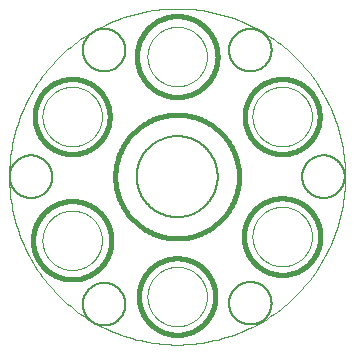
<source format=gto>
G75*
%MOIN*%
%OFA0B0*%
%FSLAX25Y25*%
%IPPOS*%
%LPD*%
%AMOC8*
5,1,8,0,0,1.08239X$1,22.5*
%
%ADD10C,0.01600*%
%ADD11C,0.00010*%
%ADD12C,0.00016*%
%ADD13C,0.00800*%
D10*
X0041716Y0046528D02*
X0041720Y0046848D01*
X0041732Y0047168D01*
X0041751Y0047488D01*
X0041779Y0047807D01*
X0041814Y0048125D01*
X0041857Y0048443D01*
X0041908Y0048759D01*
X0041967Y0049074D01*
X0042033Y0049387D01*
X0042107Y0049699D01*
X0042189Y0050009D01*
X0042278Y0050316D01*
X0042375Y0050622D01*
X0042479Y0050924D01*
X0042590Y0051225D01*
X0042709Y0051522D01*
X0042836Y0051816D01*
X0042969Y0052108D01*
X0043109Y0052395D01*
X0043257Y0052680D01*
X0043411Y0052960D01*
X0043573Y0053237D01*
X0043741Y0053510D01*
X0043915Y0053778D01*
X0044097Y0054042D01*
X0044284Y0054302D01*
X0044478Y0054557D01*
X0044678Y0054807D01*
X0044884Y0055052D01*
X0045097Y0055292D01*
X0045315Y0055527D01*
X0045538Y0055756D01*
X0045767Y0055979D01*
X0046002Y0056197D01*
X0046242Y0056410D01*
X0046487Y0056616D01*
X0046737Y0056816D01*
X0046992Y0057010D01*
X0047252Y0057197D01*
X0047516Y0057379D01*
X0047784Y0057553D01*
X0048057Y0057721D01*
X0048334Y0057883D01*
X0048614Y0058037D01*
X0048899Y0058185D01*
X0049186Y0058325D01*
X0049478Y0058458D01*
X0049772Y0058585D01*
X0050069Y0058704D01*
X0050370Y0058815D01*
X0050672Y0058919D01*
X0050978Y0059016D01*
X0051285Y0059105D01*
X0051595Y0059187D01*
X0051907Y0059261D01*
X0052220Y0059327D01*
X0052535Y0059386D01*
X0052851Y0059437D01*
X0053169Y0059480D01*
X0053487Y0059515D01*
X0053806Y0059543D01*
X0054126Y0059562D01*
X0054446Y0059574D01*
X0054766Y0059578D01*
X0055086Y0059574D01*
X0055406Y0059562D01*
X0055726Y0059543D01*
X0056045Y0059515D01*
X0056363Y0059480D01*
X0056681Y0059437D01*
X0056997Y0059386D01*
X0057312Y0059327D01*
X0057625Y0059261D01*
X0057937Y0059187D01*
X0058247Y0059105D01*
X0058554Y0059016D01*
X0058860Y0058919D01*
X0059162Y0058815D01*
X0059463Y0058704D01*
X0059760Y0058585D01*
X0060054Y0058458D01*
X0060346Y0058325D01*
X0060633Y0058185D01*
X0060918Y0058037D01*
X0061198Y0057883D01*
X0061475Y0057721D01*
X0061748Y0057553D01*
X0062016Y0057379D01*
X0062280Y0057197D01*
X0062540Y0057010D01*
X0062795Y0056816D01*
X0063045Y0056616D01*
X0063290Y0056410D01*
X0063530Y0056197D01*
X0063765Y0055979D01*
X0063994Y0055756D01*
X0064217Y0055527D01*
X0064435Y0055292D01*
X0064648Y0055052D01*
X0064854Y0054807D01*
X0065054Y0054557D01*
X0065248Y0054302D01*
X0065435Y0054042D01*
X0065617Y0053778D01*
X0065791Y0053510D01*
X0065959Y0053237D01*
X0066121Y0052960D01*
X0066275Y0052680D01*
X0066423Y0052395D01*
X0066563Y0052108D01*
X0066696Y0051816D01*
X0066823Y0051522D01*
X0066942Y0051225D01*
X0067053Y0050924D01*
X0067157Y0050622D01*
X0067254Y0050316D01*
X0067343Y0050009D01*
X0067425Y0049699D01*
X0067499Y0049387D01*
X0067565Y0049074D01*
X0067624Y0048759D01*
X0067675Y0048443D01*
X0067718Y0048125D01*
X0067753Y0047807D01*
X0067781Y0047488D01*
X0067800Y0047168D01*
X0067812Y0046848D01*
X0067816Y0046528D01*
X0067812Y0046208D01*
X0067800Y0045888D01*
X0067781Y0045568D01*
X0067753Y0045249D01*
X0067718Y0044931D01*
X0067675Y0044613D01*
X0067624Y0044297D01*
X0067565Y0043982D01*
X0067499Y0043669D01*
X0067425Y0043357D01*
X0067343Y0043047D01*
X0067254Y0042740D01*
X0067157Y0042434D01*
X0067053Y0042132D01*
X0066942Y0041831D01*
X0066823Y0041534D01*
X0066696Y0041240D01*
X0066563Y0040948D01*
X0066423Y0040661D01*
X0066275Y0040376D01*
X0066121Y0040096D01*
X0065959Y0039819D01*
X0065791Y0039546D01*
X0065617Y0039278D01*
X0065435Y0039014D01*
X0065248Y0038754D01*
X0065054Y0038499D01*
X0064854Y0038249D01*
X0064648Y0038004D01*
X0064435Y0037764D01*
X0064217Y0037529D01*
X0063994Y0037300D01*
X0063765Y0037077D01*
X0063530Y0036859D01*
X0063290Y0036646D01*
X0063045Y0036440D01*
X0062795Y0036240D01*
X0062540Y0036046D01*
X0062280Y0035859D01*
X0062016Y0035677D01*
X0061748Y0035503D01*
X0061475Y0035335D01*
X0061198Y0035173D01*
X0060918Y0035019D01*
X0060633Y0034871D01*
X0060346Y0034731D01*
X0060054Y0034598D01*
X0059760Y0034471D01*
X0059463Y0034352D01*
X0059162Y0034241D01*
X0058860Y0034137D01*
X0058554Y0034040D01*
X0058247Y0033951D01*
X0057937Y0033869D01*
X0057625Y0033795D01*
X0057312Y0033729D01*
X0056997Y0033670D01*
X0056681Y0033619D01*
X0056363Y0033576D01*
X0056045Y0033541D01*
X0055726Y0033513D01*
X0055406Y0033494D01*
X0055086Y0033482D01*
X0054766Y0033478D01*
X0054446Y0033482D01*
X0054126Y0033494D01*
X0053806Y0033513D01*
X0053487Y0033541D01*
X0053169Y0033576D01*
X0052851Y0033619D01*
X0052535Y0033670D01*
X0052220Y0033729D01*
X0051907Y0033795D01*
X0051595Y0033869D01*
X0051285Y0033951D01*
X0050978Y0034040D01*
X0050672Y0034137D01*
X0050370Y0034241D01*
X0050069Y0034352D01*
X0049772Y0034471D01*
X0049478Y0034598D01*
X0049186Y0034731D01*
X0048899Y0034871D01*
X0048614Y0035019D01*
X0048334Y0035173D01*
X0048057Y0035335D01*
X0047784Y0035503D01*
X0047516Y0035677D01*
X0047252Y0035859D01*
X0046992Y0036046D01*
X0046737Y0036240D01*
X0046487Y0036440D01*
X0046242Y0036646D01*
X0046002Y0036859D01*
X0045767Y0037077D01*
X0045538Y0037300D01*
X0045315Y0037529D01*
X0045097Y0037764D01*
X0044884Y0038004D01*
X0044678Y0038249D01*
X0044478Y0038499D01*
X0044284Y0038754D01*
X0044097Y0039014D01*
X0043915Y0039278D01*
X0043741Y0039546D01*
X0043573Y0039819D01*
X0043411Y0040096D01*
X0043257Y0040376D01*
X0043109Y0040661D01*
X0042969Y0040948D01*
X0042836Y0041240D01*
X0042709Y0041534D01*
X0042590Y0041831D01*
X0042479Y0042132D01*
X0042375Y0042434D01*
X0042278Y0042740D01*
X0042189Y0043047D01*
X0042107Y0043357D01*
X0042033Y0043669D01*
X0041967Y0043982D01*
X0041908Y0044297D01*
X0041857Y0044613D01*
X0041814Y0044931D01*
X0041779Y0045249D01*
X0041751Y0045568D01*
X0041732Y0045888D01*
X0041720Y0046208D01*
X0041716Y0046528D01*
X0077018Y0027778D02*
X0077022Y0028091D01*
X0077033Y0028404D01*
X0077053Y0028716D01*
X0077079Y0029028D01*
X0077114Y0029338D01*
X0077156Y0029649D01*
X0077206Y0029957D01*
X0077263Y0030265D01*
X0077328Y0030571D01*
X0077400Y0030876D01*
X0077480Y0031178D01*
X0077567Y0031479D01*
X0077661Y0031777D01*
X0077763Y0032073D01*
X0077872Y0032366D01*
X0077988Y0032656D01*
X0078112Y0032944D01*
X0078242Y0033228D01*
X0078379Y0033510D01*
X0078523Y0033787D01*
X0078674Y0034061D01*
X0078832Y0034332D01*
X0078996Y0034598D01*
X0079166Y0034860D01*
X0079343Y0035118D01*
X0079527Y0035372D01*
X0079716Y0035621D01*
X0079912Y0035865D01*
X0080113Y0036105D01*
X0080320Y0036339D01*
X0080533Y0036568D01*
X0080752Y0036792D01*
X0080976Y0037011D01*
X0081205Y0037224D01*
X0081439Y0037431D01*
X0081679Y0037632D01*
X0081923Y0037828D01*
X0082172Y0038017D01*
X0082426Y0038201D01*
X0082684Y0038378D01*
X0082946Y0038548D01*
X0083212Y0038712D01*
X0083483Y0038870D01*
X0083757Y0039021D01*
X0084034Y0039165D01*
X0084316Y0039302D01*
X0084600Y0039432D01*
X0084888Y0039556D01*
X0085178Y0039672D01*
X0085471Y0039781D01*
X0085767Y0039883D01*
X0086065Y0039977D01*
X0086366Y0040064D01*
X0086668Y0040144D01*
X0086973Y0040216D01*
X0087279Y0040281D01*
X0087587Y0040338D01*
X0087895Y0040388D01*
X0088206Y0040430D01*
X0088516Y0040465D01*
X0088828Y0040491D01*
X0089140Y0040511D01*
X0089453Y0040522D01*
X0089766Y0040526D01*
X0090079Y0040522D01*
X0090392Y0040511D01*
X0090704Y0040491D01*
X0091016Y0040465D01*
X0091326Y0040430D01*
X0091637Y0040388D01*
X0091945Y0040338D01*
X0092253Y0040281D01*
X0092559Y0040216D01*
X0092864Y0040144D01*
X0093166Y0040064D01*
X0093467Y0039977D01*
X0093765Y0039883D01*
X0094061Y0039781D01*
X0094354Y0039672D01*
X0094644Y0039556D01*
X0094932Y0039432D01*
X0095216Y0039302D01*
X0095498Y0039165D01*
X0095775Y0039021D01*
X0096049Y0038870D01*
X0096320Y0038712D01*
X0096586Y0038548D01*
X0096848Y0038378D01*
X0097106Y0038201D01*
X0097360Y0038017D01*
X0097609Y0037828D01*
X0097853Y0037632D01*
X0098093Y0037431D01*
X0098327Y0037224D01*
X0098556Y0037011D01*
X0098780Y0036792D01*
X0098999Y0036568D01*
X0099212Y0036339D01*
X0099419Y0036105D01*
X0099620Y0035865D01*
X0099816Y0035621D01*
X0100005Y0035372D01*
X0100189Y0035118D01*
X0100366Y0034860D01*
X0100536Y0034598D01*
X0100700Y0034332D01*
X0100858Y0034061D01*
X0101009Y0033787D01*
X0101153Y0033510D01*
X0101290Y0033228D01*
X0101420Y0032944D01*
X0101544Y0032656D01*
X0101660Y0032366D01*
X0101769Y0032073D01*
X0101871Y0031777D01*
X0101965Y0031479D01*
X0102052Y0031178D01*
X0102132Y0030876D01*
X0102204Y0030571D01*
X0102269Y0030265D01*
X0102326Y0029957D01*
X0102376Y0029649D01*
X0102418Y0029338D01*
X0102453Y0029028D01*
X0102479Y0028716D01*
X0102499Y0028404D01*
X0102510Y0028091D01*
X0102514Y0027778D01*
X0102510Y0027465D01*
X0102499Y0027152D01*
X0102479Y0026840D01*
X0102453Y0026528D01*
X0102418Y0026218D01*
X0102376Y0025907D01*
X0102326Y0025599D01*
X0102269Y0025291D01*
X0102204Y0024985D01*
X0102132Y0024680D01*
X0102052Y0024378D01*
X0101965Y0024077D01*
X0101871Y0023779D01*
X0101769Y0023483D01*
X0101660Y0023190D01*
X0101544Y0022900D01*
X0101420Y0022612D01*
X0101290Y0022328D01*
X0101153Y0022046D01*
X0101009Y0021769D01*
X0100858Y0021495D01*
X0100700Y0021224D01*
X0100536Y0020958D01*
X0100366Y0020696D01*
X0100189Y0020438D01*
X0100005Y0020184D01*
X0099816Y0019935D01*
X0099620Y0019691D01*
X0099419Y0019451D01*
X0099212Y0019217D01*
X0098999Y0018988D01*
X0098780Y0018764D01*
X0098556Y0018545D01*
X0098327Y0018332D01*
X0098093Y0018125D01*
X0097853Y0017924D01*
X0097609Y0017728D01*
X0097360Y0017539D01*
X0097106Y0017355D01*
X0096848Y0017178D01*
X0096586Y0017008D01*
X0096320Y0016844D01*
X0096049Y0016686D01*
X0095775Y0016535D01*
X0095498Y0016391D01*
X0095216Y0016254D01*
X0094932Y0016124D01*
X0094644Y0016000D01*
X0094354Y0015884D01*
X0094061Y0015775D01*
X0093765Y0015673D01*
X0093467Y0015579D01*
X0093166Y0015492D01*
X0092864Y0015412D01*
X0092559Y0015340D01*
X0092253Y0015275D01*
X0091945Y0015218D01*
X0091637Y0015168D01*
X0091326Y0015126D01*
X0091016Y0015091D01*
X0090704Y0015065D01*
X0090392Y0015045D01*
X0090079Y0015034D01*
X0089766Y0015030D01*
X0089453Y0015034D01*
X0089140Y0015045D01*
X0088828Y0015065D01*
X0088516Y0015091D01*
X0088206Y0015126D01*
X0087895Y0015168D01*
X0087587Y0015218D01*
X0087279Y0015275D01*
X0086973Y0015340D01*
X0086668Y0015412D01*
X0086366Y0015492D01*
X0086065Y0015579D01*
X0085767Y0015673D01*
X0085471Y0015775D01*
X0085178Y0015884D01*
X0084888Y0016000D01*
X0084600Y0016124D01*
X0084316Y0016254D01*
X0084034Y0016391D01*
X0083757Y0016535D01*
X0083483Y0016686D01*
X0083212Y0016844D01*
X0082946Y0017008D01*
X0082684Y0017178D01*
X0082426Y0017355D01*
X0082172Y0017539D01*
X0081923Y0017728D01*
X0081679Y0017924D01*
X0081439Y0018125D01*
X0081205Y0018332D01*
X0080976Y0018545D01*
X0080752Y0018764D01*
X0080533Y0018988D01*
X0080320Y0019217D01*
X0080113Y0019451D01*
X0079912Y0019691D01*
X0079716Y0019935D01*
X0079527Y0020184D01*
X0079343Y0020438D01*
X0079166Y0020696D01*
X0078996Y0020958D01*
X0078832Y0021224D01*
X0078674Y0021495D01*
X0078523Y0021769D01*
X0078379Y0022046D01*
X0078242Y0022328D01*
X0078112Y0022612D01*
X0077988Y0022900D01*
X0077872Y0023190D01*
X0077763Y0023483D01*
X0077661Y0023779D01*
X0077567Y0024077D01*
X0077480Y0024378D01*
X0077400Y0024680D01*
X0077328Y0024985D01*
X0077263Y0025291D01*
X0077206Y0025599D01*
X0077156Y0025907D01*
X0077114Y0026218D01*
X0077079Y0026528D01*
X0077053Y0026840D01*
X0077033Y0027152D01*
X0077022Y0027465D01*
X0077018Y0027778D01*
X0112018Y0047778D02*
X0112022Y0048091D01*
X0112033Y0048404D01*
X0112053Y0048716D01*
X0112079Y0049028D01*
X0112114Y0049338D01*
X0112156Y0049649D01*
X0112206Y0049957D01*
X0112263Y0050265D01*
X0112328Y0050571D01*
X0112400Y0050876D01*
X0112480Y0051178D01*
X0112567Y0051479D01*
X0112661Y0051777D01*
X0112763Y0052073D01*
X0112872Y0052366D01*
X0112988Y0052656D01*
X0113112Y0052944D01*
X0113242Y0053228D01*
X0113379Y0053510D01*
X0113523Y0053787D01*
X0113674Y0054061D01*
X0113832Y0054332D01*
X0113996Y0054598D01*
X0114166Y0054860D01*
X0114343Y0055118D01*
X0114527Y0055372D01*
X0114716Y0055621D01*
X0114912Y0055865D01*
X0115113Y0056105D01*
X0115320Y0056339D01*
X0115533Y0056568D01*
X0115752Y0056792D01*
X0115976Y0057011D01*
X0116205Y0057224D01*
X0116439Y0057431D01*
X0116679Y0057632D01*
X0116923Y0057828D01*
X0117172Y0058017D01*
X0117426Y0058201D01*
X0117684Y0058378D01*
X0117946Y0058548D01*
X0118212Y0058712D01*
X0118483Y0058870D01*
X0118757Y0059021D01*
X0119034Y0059165D01*
X0119316Y0059302D01*
X0119600Y0059432D01*
X0119888Y0059556D01*
X0120178Y0059672D01*
X0120471Y0059781D01*
X0120767Y0059883D01*
X0121065Y0059977D01*
X0121366Y0060064D01*
X0121668Y0060144D01*
X0121973Y0060216D01*
X0122279Y0060281D01*
X0122587Y0060338D01*
X0122895Y0060388D01*
X0123206Y0060430D01*
X0123516Y0060465D01*
X0123828Y0060491D01*
X0124140Y0060511D01*
X0124453Y0060522D01*
X0124766Y0060526D01*
X0125079Y0060522D01*
X0125392Y0060511D01*
X0125704Y0060491D01*
X0126016Y0060465D01*
X0126326Y0060430D01*
X0126637Y0060388D01*
X0126945Y0060338D01*
X0127253Y0060281D01*
X0127559Y0060216D01*
X0127864Y0060144D01*
X0128166Y0060064D01*
X0128467Y0059977D01*
X0128765Y0059883D01*
X0129061Y0059781D01*
X0129354Y0059672D01*
X0129644Y0059556D01*
X0129932Y0059432D01*
X0130216Y0059302D01*
X0130498Y0059165D01*
X0130775Y0059021D01*
X0131049Y0058870D01*
X0131320Y0058712D01*
X0131586Y0058548D01*
X0131848Y0058378D01*
X0132106Y0058201D01*
X0132360Y0058017D01*
X0132609Y0057828D01*
X0132853Y0057632D01*
X0133093Y0057431D01*
X0133327Y0057224D01*
X0133556Y0057011D01*
X0133780Y0056792D01*
X0133999Y0056568D01*
X0134212Y0056339D01*
X0134419Y0056105D01*
X0134620Y0055865D01*
X0134816Y0055621D01*
X0135005Y0055372D01*
X0135189Y0055118D01*
X0135366Y0054860D01*
X0135536Y0054598D01*
X0135700Y0054332D01*
X0135858Y0054061D01*
X0136009Y0053787D01*
X0136153Y0053510D01*
X0136290Y0053228D01*
X0136420Y0052944D01*
X0136544Y0052656D01*
X0136660Y0052366D01*
X0136769Y0052073D01*
X0136871Y0051777D01*
X0136965Y0051479D01*
X0137052Y0051178D01*
X0137132Y0050876D01*
X0137204Y0050571D01*
X0137269Y0050265D01*
X0137326Y0049957D01*
X0137376Y0049649D01*
X0137418Y0049338D01*
X0137453Y0049028D01*
X0137479Y0048716D01*
X0137499Y0048404D01*
X0137510Y0048091D01*
X0137514Y0047778D01*
X0137510Y0047465D01*
X0137499Y0047152D01*
X0137479Y0046840D01*
X0137453Y0046528D01*
X0137418Y0046218D01*
X0137376Y0045907D01*
X0137326Y0045599D01*
X0137269Y0045291D01*
X0137204Y0044985D01*
X0137132Y0044680D01*
X0137052Y0044378D01*
X0136965Y0044077D01*
X0136871Y0043779D01*
X0136769Y0043483D01*
X0136660Y0043190D01*
X0136544Y0042900D01*
X0136420Y0042612D01*
X0136290Y0042328D01*
X0136153Y0042046D01*
X0136009Y0041769D01*
X0135858Y0041495D01*
X0135700Y0041224D01*
X0135536Y0040958D01*
X0135366Y0040696D01*
X0135189Y0040438D01*
X0135005Y0040184D01*
X0134816Y0039935D01*
X0134620Y0039691D01*
X0134419Y0039451D01*
X0134212Y0039217D01*
X0133999Y0038988D01*
X0133780Y0038764D01*
X0133556Y0038545D01*
X0133327Y0038332D01*
X0133093Y0038125D01*
X0132853Y0037924D01*
X0132609Y0037728D01*
X0132360Y0037539D01*
X0132106Y0037355D01*
X0131848Y0037178D01*
X0131586Y0037008D01*
X0131320Y0036844D01*
X0131049Y0036686D01*
X0130775Y0036535D01*
X0130498Y0036391D01*
X0130216Y0036254D01*
X0129932Y0036124D01*
X0129644Y0036000D01*
X0129354Y0035884D01*
X0129061Y0035775D01*
X0128765Y0035673D01*
X0128467Y0035579D01*
X0128166Y0035492D01*
X0127864Y0035412D01*
X0127559Y0035340D01*
X0127253Y0035275D01*
X0126945Y0035218D01*
X0126637Y0035168D01*
X0126326Y0035126D01*
X0126016Y0035091D01*
X0125704Y0035065D01*
X0125392Y0035045D01*
X0125079Y0035034D01*
X0124766Y0035030D01*
X0124453Y0035034D01*
X0124140Y0035045D01*
X0123828Y0035065D01*
X0123516Y0035091D01*
X0123206Y0035126D01*
X0122895Y0035168D01*
X0122587Y0035218D01*
X0122279Y0035275D01*
X0121973Y0035340D01*
X0121668Y0035412D01*
X0121366Y0035492D01*
X0121065Y0035579D01*
X0120767Y0035673D01*
X0120471Y0035775D01*
X0120178Y0035884D01*
X0119888Y0036000D01*
X0119600Y0036124D01*
X0119316Y0036254D01*
X0119034Y0036391D01*
X0118757Y0036535D01*
X0118483Y0036686D01*
X0118212Y0036844D01*
X0117946Y0037008D01*
X0117684Y0037178D01*
X0117426Y0037355D01*
X0117172Y0037539D01*
X0116923Y0037728D01*
X0116679Y0037924D01*
X0116439Y0038125D01*
X0116205Y0038332D01*
X0115976Y0038545D01*
X0115752Y0038764D01*
X0115533Y0038988D01*
X0115320Y0039217D01*
X0115113Y0039451D01*
X0114912Y0039691D01*
X0114716Y0039935D01*
X0114527Y0040184D01*
X0114343Y0040438D01*
X0114166Y0040696D01*
X0113996Y0040958D01*
X0113832Y0041224D01*
X0113674Y0041495D01*
X0113523Y0041769D01*
X0113379Y0042046D01*
X0113242Y0042328D01*
X0113112Y0042612D01*
X0112988Y0042900D01*
X0112872Y0043190D01*
X0112763Y0043483D01*
X0112661Y0043779D01*
X0112567Y0044077D01*
X0112480Y0044378D01*
X0112400Y0044680D01*
X0112328Y0044985D01*
X0112263Y0045291D01*
X0112206Y0045599D01*
X0112156Y0045907D01*
X0112114Y0046218D01*
X0112079Y0046528D01*
X0112053Y0046840D01*
X0112033Y0047152D01*
X0112022Y0047465D01*
X0112018Y0047778D01*
X0069150Y0067778D02*
X0069156Y0068284D01*
X0069175Y0068790D01*
X0069206Y0069295D01*
X0069249Y0069799D01*
X0069305Y0070302D01*
X0069373Y0070803D01*
X0069454Y0071303D01*
X0069546Y0071800D01*
X0069651Y0072295D01*
X0069768Y0072787D01*
X0069897Y0073277D01*
X0070038Y0073763D01*
X0070191Y0074245D01*
X0070355Y0074723D01*
X0070531Y0075198D01*
X0070719Y0075667D01*
X0070919Y0076132D01*
X0071129Y0076592D01*
X0071351Y0077047D01*
X0071584Y0077496D01*
X0071828Y0077940D01*
X0072083Y0078377D01*
X0072348Y0078808D01*
X0072624Y0079232D01*
X0072911Y0079649D01*
X0073207Y0080059D01*
X0073513Y0080462D01*
X0073830Y0080857D01*
X0074155Y0081244D01*
X0074491Y0081623D01*
X0074835Y0081994D01*
X0075188Y0082356D01*
X0075550Y0082709D01*
X0075921Y0083053D01*
X0076300Y0083389D01*
X0076687Y0083714D01*
X0077082Y0084031D01*
X0077485Y0084337D01*
X0077895Y0084633D01*
X0078312Y0084920D01*
X0078736Y0085196D01*
X0079167Y0085461D01*
X0079604Y0085716D01*
X0080048Y0085960D01*
X0080497Y0086193D01*
X0080952Y0086415D01*
X0081412Y0086625D01*
X0081877Y0086825D01*
X0082346Y0087013D01*
X0082821Y0087189D01*
X0083299Y0087353D01*
X0083781Y0087506D01*
X0084267Y0087647D01*
X0084757Y0087776D01*
X0085249Y0087893D01*
X0085744Y0087998D01*
X0086241Y0088090D01*
X0086741Y0088171D01*
X0087242Y0088239D01*
X0087745Y0088295D01*
X0088249Y0088338D01*
X0088754Y0088369D01*
X0089260Y0088388D01*
X0089766Y0088394D01*
X0090272Y0088388D01*
X0090778Y0088369D01*
X0091283Y0088338D01*
X0091787Y0088295D01*
X0092290Y0088239D01*
X0092791Y0088171D01*
X0093291Y0088090D01*
X0093788Y0087998D01*
X0094283Y0087893D01*
X0094775Y0087776D01*
X0095265Y0087647D01*
X0095751Y0087506D01*
X0096233Y0087353D01*
X0096711Y0087189D01*
X0097186Y0087013D01*
X0097655Y0086825D01*
X0098120Y0086625D01*
X0098580Y0086415D01*
X0099035Y0086193D01*
X0099484Y0085960D01*
X0099928Y0085716D01*
X0100365Y0085461D01*
X0100796Y0085196D01*
X0101220Y0084920D01*
X0101637Y0084633D01*
X0102047Y0084337D01*
X0102450Y0084031D01*
X0102845Y0083714D01*
X0103232Y0083389D01*
X0103611Y0083053D01*
X0103982Y0082709D01*
X0104344Y0082356D01*
X0104697Y0081994D01*
X0105041Y0081623D01*
X0105377Y0081244D01*
X0105702Y0080857D01*
X0106019Y0080462D01*
X0106325Y0080059D01*
X0106621Y0079649D01*
X0106908Y0079232D01*
X0107184Y0078808D01*
X0107449Y0078377D01*
X0107704Y0077940D01*
X0107948Y0077496D01*
X0108181Y0077047D01*
X0108403Y0076592D01*
X0108613Y0076132D01*
X0108813Y0075667D01*
X0109001Y0075198D01*
X0109177Y0074723D01*
X0109341Y0074245D01*
X0109494Y0073763D01*
X0109635Y0073277D01*
X0109764Y0072787D01*
X0109881Y0072295D01*
X0109986Y0071800D01*
X0110078Y0071303D01*
X0110159Y0070803D01*
X0110227Y0070302D01*
X0110283Y0069799D01*
X0110326Y0069295D01*
X0110357Y0068790D01*
X0110376Y0068284D01*
X0110382Y0067778D01*
X0110376Y0067272D01*
X0110357Y0066766D01*
X0110326Y0066261D01*
X0110283Y0065757D01*
X0110227Y0065254D01*
X0110159Y0064753D01*
X0110078Y0064253D01*
X0109986Y0063756D01*
X0109881Y0063261D01*
X0109764Y0062769D01*
X0109635Y0062279D01*
X0109494Y0061793D01*
X0109341Y0061311D01*
X0109177Y0060833D01*
X0109001Y0060358D01*
X0108813Y0059889D01*
X0108613Y0059424D01*
X0108403Y0058964D01*
X0108181Y0058509D01*
X0107948Y0058060D01*
X0107704Y0057616D01*
X0107449Y0057179D01*
X0107184Y0056748D01*
X0106908Y0056324D01*
X0106621Y0055907D01*
X0106325Y0055497D01*
X0106019Y0055094D01*
X0105702Y0054699D01*
X0105377Y0054312D01*
X0105041Y0053933D01*
X0104697Y0053562D01*
X0104344Y0053200D01*
X0103982Y0052847D01*
X0103611Y0052503D01*
X0103232Y0052167D01*
X0102845Y0051842D01*
X0102450Y0051525D01*
X0102047Y0051219D01*
X0101637Y0050923D01*
X0101220Y0050636D01*
X0100796Y0050360D01*
X0100365Y0050095D01*
X0099928Y0049840D01*
X0099484Y0049596D01*
X0099035Y0049363D01*
X0098580Y0049141D01*
X0098120Y0048931D01*
X0097655Y0048731D01*
X0097186Y0048543D01*
X0096711Y0048367D01*
X0096233Y0048203D01*
X0095751Y0048050D01*
X0095265Y0047909D01*
X0094775Y0047780D01*
X0094283Y0047663D01*
X0093788Y0047558D01*
X0093291Y0047466D01*
X0092791Y0047385D01*
X0092290Y0047317D01*
X0091787Y0047261D01*
X0091283Y0047218D01*
X0090778Y0047187D01*
X0090272Y0047168D01*
X0089766Y0047162D01*
X0089260Y0047168D01*
X0088754Y0047187D01*
X0088249Y0047218D01*
X0087745Y0047261D01*
X0087242Y0047317D01*
X0086741Y0047385D01*
X0086241Y0047466D01*
X0085744Y0047558D01*
X0085249Y0047663D01*
X0084757Y0047780D01*
X0084267Y0047909D01*
X0083781Y0048050D01*
X0083299Y0048203D01*
X0082821Y0048367D01*
X0082346Y0048543D01*
X0081877Y0048731D01*
X0081412Y0048931D01*
X0080952Y0049141D01*
X0080497Y0049363D01*
X0080048Y0049596D01*
X0079604Y0049840D01*
X0079167Y0050095D01*
X0078736Y0050360D01*
X0078312Y0050636D01*
X0077895Y0050923D01*
X0077485Y0051219D01*
X0077082Y0051525D01*
X0076687Y0051842D01*
X0076300Y0052167D01*
X0075921Y0052503D01*
X0075550Y0052847D01*
X0075188Y0053200D01*
X0074835Y0053562D01*
X0074491Y0053933D01*
X0074155Y0054312D01*
X0073830Y0054699D01*
X0073513Y0055094D01*
X0073207Y0055497D01*
X0072911Y0055907D01*
X0072624Y0056324D01*
X0072348Y0056748D01*
X0072083Y0057179D01*
X0071828Y0057616D01*
X0071584Y0058060D01*
X0071351Y0058509D01*
X0071129Y0058964D01*
X0070919Y0059424D01*
X0070719Y0059889D01*
X0070531Y0060358D01*
X0070355Y0060833D01*
X0070191Y0061311D01*
X0070038Y0061793D01*
X0069897Y0062279D01*
X0069768Y0062769D01*
X0069651Y0063261D01*
X0069546Y0063756D01*
X0069454Y0064253D01*
X0069373Y0064753D01*
X0069305Y0065254D01*
X0069249Y0065757D01*
X0069206Y0066261D01*
X0069175Y0066766D01*
X0069156Y0067272D01*
X0069150Y0067778D01*
X0042266Y0087778D02*
X0042270Y0088085D01*
X0042281Y0088391D01*
X0042300Y0088698D01*
X0042326Y0089003D01*
X0042360Y0089308D01*
X0042401Y0089612D01*
X0042450Y0089915D01*
X0042506Y0090217D01*
X0042570Y0090517D01*
X0042641Y0090815D01*
X0042719Y0091112D01*
X0042804Y0091407D01*
X0042897Y0091699D01*
X0042997Y0091989D01*
X0043104Y0092277D01*
X0043218Y0092562D01*
X0043338Y0092844D01*
X0043466Y0093122D01*
X0043601Y0093398D01*
X0043742Y0093670D01*
X0043890Y0093939D01*
X0044044Y0094204D01*
X0044205Y0094465D01*
X0044373Y0094723D01*
X0044546Y0094976D01*
X0044726Y0095224D01*
X0044912Y0095468D01*
X0045103Y0095708D01*
X0045301Y0095943D01*
X0045504Y0096172D01*
X0045713Y0096397D01*
X0045927Y0096617D01*
X0046147Y0096831D01*
X0046372Y0097040D01*
X0046601Y0097243D01*
X0046836Y0097441D01*
X0047076Y0097632D01*
X0047320Y0097818D01*
X0047568Y0097998D01*
X0047821Y0098171D01*
X0048079Y0098339D01*
X0048340Y0098500D01*
X0048605Y0098654D01*
X0048874Y0098802D01*
X0049146Y0098943D01*
X0049422Y0099078D01*
X0049700Y0099206D01*
X0049982Y0099326D01*
X0050267Y0099440D01*
X0050555Y0099547D01*
X0050845Y0099647D01*
X0051137Y0099740D01*
X0051432Y0099825D01*
X0051729Y0099903D01*
X0052027Y0099974D01*
X0052327Y0100038D01*
X0052629Y0100094D01*
X0052932Y0100143D01*
X0053236Y0100184D01*
X0053541Y0100218D01*
X0053846Y0100244D01*
X0054153Y0100263D01*
X0054459Y0100274D01*
X0054766Y0100278D01*
X0055073Y0100274D01*
X0055379Y0100263D01*
X0055686Y0100244D01*
X0055991Y0100218D01*
X0056296Y0100184D01*
X0056600Y0100143D01*
X0056903Y0100094D01*
X0057205Y0100038D01*
X0057505Y0099974D01*
X0057803Y0099903D01*
X0058100Y0099825D01*
X0058395Y0099740D01*
X0058687Y0099647D01*
X0058977Y0099547D01*
X0059265Y0099440D01*
X0059550Y0099326D01*
X0059832Y0099206D01*
X0060110Y0099078D01*
X0060386Y0098943D01*
X0060658Y0098802D01*
X0060927Y0098654D01*
X0061192Y0098500D01*
X0061453Y0098339D01*
X0061711Y0098171D01*
X0061964Y0097998D01*
X0062212Y0097818D01*
X0062456Y0097632D01*
X0062696Y0097441D01*
X0062931Y0097243D01*
X0063160Y0097040D01*
X0063385Y0096831D01*
X0063605Y0096617D01*
X0063819Y0096397D01*
X0064028Y0096172D01*
X0064231Y0095943D01*
X0064429Y0095708D01*
X0064620Y0095468D01*
X0064806Y0095224D01*
X0064986Y0094976D01*
X0065159Y0094723D01*
X0065327Y0094465D01*
X0065488Y0094204D01*
X0065642Y0093939D01*
X0065790Y0093670D01*
X0065931Y0093398D01*
X0066066Y0093122D01*
X0066194Y0092844D01*
X0066314Y0092562D01*
X0066428Y0092277D01*
X0066535Y0091989D01*
X0066635Y0091699D01*
X0066728Y0091407D01*
X0066813Y0091112D01*
X0066891Y0090815D01*
X0066962Y0090517D01*
X0067026Y0090217D01*
X0067082Y0089915D01*
X0067131Y0089612D01*
X0067172Y0089308D01*
X0067206Y0089003D01*
X0067232Y0088698D01*
X0067251Y0088391D01*
X0067262Y0088085D01*
X0067266Y0087778D01*
X0067262Y0087471D01*
X0067251Y0087165D01*
X0067232Y0086858D01*
X0067206Y0086553D01*
X0067172Y0086248D01*
X0067131Y0085944D01*
X0067082Y0085641D01*
X0067026Y0085339D01*
X0066962Y0085039D01*
X0066891Y0084741D01*
X0066813Y0084444D01*
X0066728Y0084149D01*
X0066635Y0083857D01*
X0066535Y0083567D01*
X0066428Y0083279D01*
X0066314Y0082994D01*
X0066194Y0082712D01*
X0066066Y0082434D01*
X0065931Y0082158D01*
X0065790Y0081886D01*
X0065642Y0081617D01*
X0065488Y0081352D01*
X0065327Y0081091D01*
X0065159Y0080833D01*
X0064986Y0080580D01*
X0064806Y0080332D01*
X0064620Y0080088D01*
X0064429Y0079848D01*
X0064231Y0079613D01*
X0064028Y0079384D01*
X0063819Y0079159D01*
X0063605Y0078939D01*
X0063385Y0078725D01*
X0063160Y0078516D01*
X0062931Y0078313D01*
X0062696Y0078115D01*
X0062456Y0077924D01*
X0062212Y0077738D01*
X0061964Y0077558D01*
X0061711Y0077385D01*
X0061453Y0077217D01*
X0061192Y0077056D01*
X0060927Y0076902D01*
X0060658Y0076754D01*
X0060386Y0076613D01*
X0060110Y0076478D01*
X0059832Y0076350D01*
X0059550Y0076230D01*
X0059265Y0076116D01*
X0058977Y0076009D01*
X0058687Y0075909D01*
X0058395Y0075816D01*
X0058100Y0075731D01*
X0057803Y0075653D01*
X0057505Y0075582D01*
X0057205Y0075518D01*
X0056903Y0075462D01*
X0056600Y0075413D01*
X0056296Y0075372D01*
X0055991Y0075338D01*
X0055686Y0075312D01*
X0055379Y0075293D01*
X0055073Y0075282D01*
X0054766Y0075278D01*
X0054459Y0075282D01*
X0054153Y0075293D01*
X0053846Y0075312D01*
X0053541Y0075338D01*
X0053236Y0075372D01*
X0052932Y0075413D01*
X0052629Y0075462D01*
X0052327Y0075518D01*
X0052027Y0075582D01*
X0051729Y0075653D01*
X0051432Y0075731D01*
X0051137Y0075816D01*
X0050845Y0075909D01*
X0050555Y0076009D01*
X0050267Y0076116D01*
X0049982Y0076230D01*
X0049700Y0076350D01*
X0049422Y0076478D01*
X0049146Y0076613D01*
X0048874Y0076754D01*
X0048605Y0076902D01*
X0048340Y0077056D01*
X0048079Y0077217D01*
X0047821Y0077385D01*
X0047568Y0077558D01*
X0047320Y0077738D01*
X0047076Y0077924D01*
X0046836Y0078115D01*
X0046601Y0078313D01*
X0046372Y0078516D01*
X0046147Y0078725D01*
X0045927Y0078939D01*
X0045713Y0079159D01*
X0045504Y0079384D01*
X0045301Y0079613D01*
X0045103Y0079848D01*
X0044912Y0080088D01*
X0044726Y0080332D01*
X0044546Y0080580D01*
X0044373Y0080833D01*
X0044205Y0081091D01*
X0044044Y0081352D01*
X0043890Y0081617D01*
X0043742Y0081886D01*
X0043601Y0082158D01*
X0043466Y0082434D01*
X0043338Y0082712D01*
X0043218Y0082994D01*
X0043104Y0083279D01*
X0042997Y0083567D01*
X0042897Y0083857D01*
X0042804Y0084149D01*
X0042719Y0084444D01*
X0042641Y0084741D01*
X0042570Y0085039D01*
X0042506Y0085339D01*
X0042450Y0085641D01*
X0042401Y0085944D01*
X0042360Y0086248D01*
X0042326Y0086553D01*
X0042300Y0086858D01*
X0042281Y0087165D01*
X0042270Y0087471D01*
X0042266Y0087778D01*
X0076303Y0107778D02*
X0076307Y0108108D01*
X0076319Y0108439D01*
X0076339Y0108768D01*
X0076368Y0109098D01*
X0076404Y0109426D01*
X0076449Y0109753D01*
X0076501Y0110080D01*
X0076562Y0110405D01*
X0076630Y0110728D01*
X0076706Y0111049D01*
X0076791Y0111369D01*
X0076883Y0111686D01*
X0076983Y0112001D01*
X0077090Y0112314D01*
X0077205Y0112623D01*
X0077328Y0112930D01*
X0077458Y0113234D01*
X0077596Y0113534D01*
X0077741Y0113831D01*
X0077893Y0114124D01*
X0078052Y0114414D01*
X0078218Y0114699D01*
X0078392Y0114981D01*
X0078572Y0115258D01*
X0078759Y0115530D01*
X0078952Y0115798D01*
X0079152Y0116061D01*
X0079359Y0116319D01*
X0079572Y0116572D01*
X0079791Y0116819D01*
X0080015Y0117061D01*
X0080246Y0117298D01*
X0080483Y0117529D01*
X0080725Y0117753D01*
X0080972Y0117972D01*
X0081225Y0118185D01*
X0081483Y0118392D01*
X0081746Y0118592D01*
X0082014Y0118785D01*
X0082286Y0118972D01*
X0082563Y0119152D01*
X0082845Y0119326D01*
X0083130Y0119492D01*
X0083420Y0119651D01*
X0083713Y0119803D01*
X0084010Y0119948D01*
X0084310Y0120086D01*
X0084614Y0120216D01*
X0084921Y0120339D01*
X0085230Y0120454D01*
X0085543Y0120561D01*
X0085858Y0120661D01*
X0086175Y0120753D01*
X0086495Y0120838D01*
X0086816Y0120914D01*
X0087139Y0120982D01*
X0087464Y0121043D01*
X0087791Y0121095D01*
X0088118Y0121140D01*
X0088446Y0121176D01*
X0088776Y0121205D01*
X0089105Y0121225D01*
X0089436Y0121237D01*
X0089766Y0121241D01*
X0090096Y0121237D01*
X0090427Y0121225D01*
X0090756Y0121205D01*
X0091086Y0121176D01*
X0091414Y0121140D01*
X0091741Y0121095D01*
X0092068Y0121043D01*
X0092393Y0120982D01*
X0092716Y0120914D01*
X0093037Y0120838D01*
X0093357Y0120753D01*
X0093674Y0120661D01*
X0093989Y0120561D01*
X0094302Y0120454D01*
X0094611Y0120339D01*
X0094918Y0120216D01*
X0095222Y0120086D01*
X0095522Y0119948D01*
X0095819Y0119803D01*
X0096112Y0119651D01*
X0096402Y0119492D01*
X0096687Y0119326D01*
X0096969Y0119152D01*
X0097246Y0118972D01*
X0097518Y0118785D01*
X0097786Y0118592D01*
X0098049Y0118392D01*
X0098307Y0118185D01*
X0098560Y0117972D01*
X0098807Y0117753D01*
X0099049Y0117529D01*
X0099286Y0117298D01*
X0099517Y0117061D01*
X0099741Y0116819D01*
X0099960Y0116572D01*
X0100173Y0116319D01*
X0100380Y0116061D01*
X0100580Y0115798D01*
X0100773Y0115530D01*
X0100960Y0115258D01*
X0101140Y0114981D01*
X0101314Y0114699D01*
X0101480Y0114414D01*
X0101639Y0114124D01*
X0101791Y0113831D01*
X0101936Y0113534D01*
X0102074Y0113234D01*
X0102204Y0112930D01*
X0102327Y0112623D01*
X0102442Y0112314D01*
X0102549Y0112001D01*
X0102649Y0111686D01*
X0102741Y0111369D01*
X0102826Y0111049D01*
X0102902Y0110728D01*
X0102970Y0110405D01*
X0103031Y0110080D01*
X0103083Y0109753D01*
X0103128Y0109426D01*
X0103164Y0109098D01*
X0103193Y0108768D01*
X0103213Y0108439D01*
X0103225Y0108108D01*
X0103229Y0107778D01*
X0103225Y0107448D01*
X0103213Y0107117D01*
X0103193Y0106788D01*
X0103164Y0106458D01*
X0103128Y0106130D01*
X0103083Y0105803D01*
X0103031Y0105476D01*
X0102970Y0105151D01*
X0102902Y0104828D01*
X0102826Y0104507D01*
X0102741Y0104187D01*
X0102649Y0103870D01*
X0102549Y0103555D01*
X0102442Y0103242D01*
X0102327Y0102933D01*
X0102204Y0102626D01*
X0102074Y0102322D01*
X0101936Y0102022D01*
X0101791Y0101725D01*
X0101639Y0101432D01*
X0101480Y0101142D01*
X0101314Y0100857D01*
X0101140Y0100575D01*
X0100960Y0100298D01*
X0100773Y0100026D01*
X0100580Y0099758D01*
X0100380Y0099495D01*
X0100173Y0099237D01*
X0099960Y0098984D01*
X0099741Y0098737D01*
X0099517Y0098495D01*
X0099286Y0098258D01*
X0099049Y0098027D01*
X0098807Y0097803D01*
X0098560Y0097584D01*
X0098307Y0097371D01*
X0098049Y0097164D01*
X0097786Y0096964D01*
X0097518Y0096771D01*
X0097246Y0096584D01*
X0096969Y0096404D01*
X0096687Y0096230D01*
X0096402Y0096064D01*
X0096112Y0095905D01*
X0095819Y0095753D01*
X0095522Y0095608D01*
X0095222Y0095470D01*
X0094918Y0095340D01*
X0094611Y0095217D01*
X0094302Y0095102D01*
X0093989Y0094995D01*
X0093674Y0094895D01*
X0093357Y0094803D01*
X0093037Y0094718D01*
X0092716Y0094642D01*
X0092393Y0094574D01*
X0092068Y0094513D01*
X0091741Y0094461D01*
X0091414Y0094416D01*
X0091086Y0094380D01*
X0090756Y0094351D01*
X0090427Y0094331D01*
X0090096Y0094319D01*
X0089766Y0094315D01*
X0089436Y0094319D01*
X0089105Y0094331D01*
X0088776Y0094351D01*
X0088446Y0094380D01*
X0088118Y0094416D01*
X0087791Y0094461D01*
X0087464Y0094513D01*
X0087139Y0094574D01*
X0086816Y0094642D01*
X0086495Y0094718D01*
X0086175Y0094803D01*
X0085858Y0094895D01*
X0085543Y0094995D01*
X0085230Y0095102D01*
X0084921Y0095217D01*
X0084614Y0095340D01*
X0084310Y0095470D01*
X0084010Y0095608D01*
X0083713Y0095753D01*
X0083420Y0095905D01*
X0083130Y0096064D01*
X0082845Y0096230D01*
X0082563Y0096404D01*
X0082286Y0096584D01*
X0082014Y0096771D01*
X0081746Y0096964D01*
X0081483Y0097164D01*
X0081225Y0097371D01*
X0080972Y0097584D01*
X0080725Y0097803D01*
X0080483Y0098027D01*
X0080246Y0098258D01*
X0080015Y0098495D01*
X0079791Y0098737D01*
X0079572Y0098984D01*
X0079359Y0099237D01*
X0079152Y0099495D01*
X0078952Y0099758D01*
X0078759Y0100026D01*
X0078572Y0100298D01*
X0078392Y0100575D01*
X0078218Y0100857D01*
X0078052Y0101142D01*
X0077893Y0101432D01*
X0077741Y0101725D01*
X0077596Y0102022D01*
X0077458Y0102322D01*
X0077328Y0102626D01*
X0077205Y0102933D01*
X0077090Y0103242D01*
X0076983Y0103555D01*
X0076883Y0103870D01*
X0076791Y0104187D01*
X0076706Y0104507D01*
X0076630Y0104828D01*
X0076562Y0105151D01*
X0076501Y0105476D01*
X0076449Y0105803D01*
X0076404Y0106130D01*
X0076368Y0106458D01*
X0076339Y0106788D01*
X0076319Y0107117D01*
X0076307Y0107448D01*
X0076303Y0107778D01*
X0112266Y0087778D02*
X0112270Y0088085D01*
X0112281Y0088391D01*
X0112300Y0088698D01*
X0112326Y0089003D01*
X0112360Y0089308D01*
X0112401Y0089612D01*
X0112450Y0089915D01*
X0112506Y0090217D01*
X0112570Y0090517D01*
X0112641Y0090815D01*
X0112719Y0091112D01*
X0112804Y0091407D01*
X0112897Y0091699D01*
X0112997Y0091989D01*
X0113104Y0092277D01*
X0113218Y0092562D01*
X0113338Y0092844D01*
X0113466Y0093122D01*
X0113601Y0093398D01*
X0113742Y0093670D01*
X0113890Y0093939D01*
X0114044Y0094204D01*
X0114205Y0094465D01*
X0114373Y0094723D01*
X0114546Y0094976D01*
X0114726Y0095224D01*
X0114912Y0095468D01*
X0115103Y0095708D01*
X0115301Y0095943D01*
X0115504Y0096172D01*
X0115713Y0096397D01*
X0115927Y0096617D01*
X0116147Y0096831D01*
X0116372Y0097040D01*
X0116601Y0097243D01*
X0116836Y0097441D01*
X0117076Y0097632D01*
X0117320Y0097818D01*
X0117568Y0097998D01*
X0117821Y0098171D01*
X0118079Y0098339D01*
X0118340Y0098500D01*
X0118605Y0098654D01*
X0118874Y0098802D01*
X0119146Y0098943D01*
X0119422Y0099078D01*
X0119700Y0099206D01*
X0119982Y0099326D01*
X0120267Y0099440D01*
X0120555Y0099547D01*
X0120845Y0099647D01*
X0121137Y0099740D01*
X0121432Y0099825D01*
X0121729Y0099903D01*
X0122027Y0099974D01*
X0122327Y0100038D01*
X0122629Y0100094D01*
X0122932Y0100143D01*
X0123236Y0100184D01*
X0123541Y0100218D01*
X0123846Y0100244D01*
X0124153Y0100263D01*
X0124459Y0100274D01*
X0124766Y0100278D01*
X0125073Y0100274D01*
X0125379Y0100263D01*
X0125686Y0100244D01*
X0125991Y0100218D01*
X0126296Y0100184D01*
X0126600Y0100143D01*
X0126903Y0100094D01*
X0127205Y0100038D01*
X0127505Y0099974D01*
X0127803Y0099903D01*
X0128100Y0099825D01*
X0128395Y0099740D01*
X0128687Y0099647D01*
X0128977Y0099547D01*
X0129265Y0099440D01*
X0129550Y0099326D01*
X0129832Y0099206D01*
X0130110Y0099078D01*
X0130386Y0098943D01*
X0130658Y0098802D01*
X0130927Y0098654D01*
X0131192Y0098500D01*
X0131453Y0098339D01*
X0131711Y0098171D01*
X0131964Y0097998D01*
X0132212Y0097818D01*
X0132456Y0097632D01*
X0132696Y0097441D01*
X0132931Y0097243D01*
X0133160Y0097040D01*
X0133385Y0096831D01*
X0133605Y0096617D01*
X0133819Y0096397D01*
X0134028Y0096172D01*
X0134231Y0095943D01*
X0134429Y0095708D01*
X0134620Y0095468D01*
X0134806Y0095224D01*
X0134986Y0094976D01*
X0135159Y0094723D01*
X0135327Y0094465D01*
X0135488Y0094204D01*
X0135642Y0093939D01*
X0135790Y0093670D01*
X0135931Y0093398D01*
X0136066Y0093122D01*
X0136194Y0092844D01*
X0136314Y0092562D01*
X0136428Y0092277D01*
X0136535Y0091989D01*
X0136635Y0091699D01*
X0136728Y0091407D01*
X0136813Y0091112D01*
X0136891Y0090815D01*
X0136962Y0090517D01*
X0137026Y0090217D01*
X0137082Y0089915D01*
X0137131Y0089612D01*
X0137172Y0089308D01*
X0137206Y0089003D01*
X0137232Y0088698D01*
X0137251Y0088391D01*
X0137262Y0088085D01*
X0137266Y0087778D01*
X0137262Y0087471D01*
X0137251Y0087165D01*
X0137232Y0086858D01*
X0137206Y0086553D01*
X0137172Y0086248D01*
X0137131Y0085944D01*
X0137082Y0085641D01*
X0137026Y0085339D01*
X0136962Y0085039D01*
X0136891Y0084741D01*
X0136813Y0084444D01*
X0136728Y0084149D01*
X0136635Y0083857D01*
X0136535Y0083567D01*
X0136428Y0083279D01*
X0136314Y0082994D01*
X0136194Y0082712D01*
X0136066Y0082434D01*
X0135931Y0082158D01*
X0135790Y0081886D01*
X0135642Y0081617D01*
X0135488Y0081352D01*
X0135327Y0081091D01*
X0135159Y0080833D01*
X0134986Y0080580D01*
X0134806Y0080332D01*
X0134620Y0080088D01*
X0134429Y0079848D01*
X0134231Y0079613D01*
X0134028Y0079384D01*
X0133819Y0079159D01*
X0133605Y0078939D01*
X0133385Y0078725D01*
X0133160Y0078516D01*
X0132931Y0078313D01*
X0132696Y0078115D01*
X0132456Y0077924D01*
X0132212Y0077738D01*
X0131964Y0077558D01*
X0131711Y0077385D01*
X0131453Y0077217D01*
X0131192Y0077056D01*
X0130927Y0076902D01*
X0130658Y0076754D01*
X0130386Y0076613D01*
X0130110Y0076478D01*
X0129832Y0076350D01*
X0129550Y0076230D01*
X0129265Y0076116D01*
X0128977Y0076009D01*
X0128687Y0075909D01*
X0128395Y0075816D01*
X0128100Y0075731D01*
X0127803Y0075653D01*
X0127505Y0075582D01*
X0127205Y0075518D01*
X0126903Y0075462D01*
X0126600Y0075413D01*
X0126296Y0075372D01*
X0125991Y0075338D01*
X0125686Y0075312D01*
X0125379Y0075293D01*
X0125073Y0075282D01*
X0124766Y0075278D01*
X0124459Y0075282D01*
X0124153Y0075293D01*
X0123846Y0075312D01*
X0123541Y0075338D01*
X0123236Y0075372D01*
X0122932Y0075413D01*
X0122629Y0075462D01*
X0122327Y0075518D01*
X0122027Y0075582D01*
X0121729Y0075653D01*
X0121432Y0075731D01*
X0121137Y0075816D01*
X0120845Y0075909D01*
X0120555Y0076009D01*
X0120267Y0076116D01*
X0119982Y0076230D01*
X0119700Y0076350D01*
X0119422Y0076478D01*
X0119146Y0076613D01*
X0118874Y0076754D01*
X0118605Y0076902D01*
X0118340Y0077056D01*
X0118079Y0077217D01*
X0117821Y0077385D01*
X0117568Y0077558D01*
X0117320Y0077738D01*
X0117076Y0077924D01*
X0116836Y0078115D01*
X0116601Y0078313D01*
X0116372Y0078516D01*
X0116147Y0078725D01*
X0115927Y0078939D01*
X0115713Y0079159D01*
X0115504Y0079384D01*
X0115301Y0079613D01*
X0115103Y0079848D01*
X0114912Y0080088D01*
X0114726Y0080332D01*
X0114546Y0080580D01*
X0114373Y0080833D01*
X0114205Y0081091D01*
X0114044Y0081352D01*
X0113890Y0081617D01*
X0113742Y0081886D01*
X0113601Y0082158D01*
X0113466Y0082434D01*
X0113338Y0082712D01*
X0113218Y0082994D01*
X0113104Y0083279D01*
X0112997Y0083567D01*
X0112897Y0083857D01*
X0112804Y0084149D01*
X0112719Y0084444D01*
X0112641Y0084741D01*
X0112570Y0085039D01*
X0112506Y0085339D01*
X0112450Y0085641D01*
X0112401Y0085944D01*
X0112360Y0086248D01*
X0112326Y0086553D01*
X0112300Y0086858D01*
X0112281Y0087165D01*
X0112270Y0087471D01*
X0112266Y0087778D01*
D11*
X0044866Y0046528D02*
X0044869Y0046771D01*
X0044878Y0047014D01*
X0044893Y0047256D01*
X0044914Y0047498D01*
X0044940Y0047740D01*
X0044973Y0047981D01*
X0045012Y0048221D01*
X0045056Y0048459D01*
X0045107Y0048697D01*
X0045163Y0048934D01*
X0045225Y0049168D01*
X0045292Y0049402D01*
X0045366Y0049633D01*
X0045445Y0049863D01*
X0045529Y0050091D01*
X0045620Y0050317D01*
X0045715Y0050540D01*
X0045817Y0050761D01*
X0045923Y0050979D01*
X0046035Y0051195D01*
X0046152Y0051408D01*
X0046274Y0051618D01*
X0046402Y0051824D01*
X0046534Y0052028D01*
X0046672Y0052229D01*
X0046814Y0052425D01*
X0046961Y0052619D01*
X0047113Y0052808D01*
X0047270Y0052994D01*
X0047431Y0053176D01*
X0047596Y0053354D01*
X0047766Y0053528D01*
X0047940Y0053698D01*
X0048118Y0053863D01*
X0048300Y0054024D01*
X0048486Y0054181D01*
X0048675Y0054333D01*
X0048869Y0054480D01*
X0049065Y0054622D01*
X0049266Y0054760D01*
X0049470Y0054892D01*
X0049676Y0055020D01*
X0049886Y0055142D01*
X0050099Y0055259D01*
X0050315Y0055371D01*
X0050533Y0055477D01*
X0050754Y0055579D01*
X0050977Y0055674D01*
X0051203Y0055765D01*
X0051431Y0055849D01*
X0051661Y0055928D01*
X0051892Y0056002D01*
X0052126Y0056069D01*
X0052360Y0056131D01*
X0052597Y0056187D01*
X0052835Y0056238D01*
X0053073Y0056282D01*
X0053313Y0056321D01*
X0053554Y0056354D01*
X0053796Y0056380D01*
X0054038Y0056401D01*
X0054280Y0056416D01*
X0054523Y0056425D01*
X0054766Y0056428D01*
X0055009Y0056425D01*
X0055252Y0056416D01*
X0055494Y0056401D01*
X0055736Y0056380D01*
X0055978Y0056354D01*
X0056219Y0056321D01*
X0056459Y0056282D01*
X0056697Y0056238D01*
X0056935Y0056187D01*
X0057172Y0056131D01*
X0057406Y0056069D01*
X0057640Y0056002D01*
X0057871Y0055928D01*
X0058101Y0055849D01*
X0058329Y0055765D01*
X0058555Y0055674D01*
X0058778Y0055579D01*
X0058999Y0055477D01*
X0059217Y0055371D01*
X0059433Y0055259D01*
X0059646Y0055142D01*
X0059856Y0055020D01*
X0060062Y0054892D01*
X0060266Y0054760D01*
X0060467Y0054622D01*
X0060663Y0054480D01*
X0060857Y0054333D01*
X0061046Y0054181D01*
X0061232Y0054024D01*
X0061414Y0053863D01*
X0061592Y0053698D01*
X0061766Y0053528D01*
X0061936Y0053354D01*
X0062101Y0053176D01*
X0062262Y0052994D01*
X0062419Y0052808D01*
X0062571Y0052619D01*
X0062718Y0052425D01*
X0062860Y0052229D01*
X0062998Y0052028D01*
X0063130Y0051824D01*
X0063258Y0051618D01*
X0063380Y0051408D01*
X0063497Y0051195D01*
X0063609Y0050979D01*
X0063715Y0050761D01*
X0063817Y0050540D01*
X0063912Y0050317D01*
X0064003Y0050091D01*
X0064087Y0049863D01*
X0064166Y0049633D01*
X0064240Y0049402D01*
X0064307Y0049168D01*
X0064369Y0048934D01*
X0064425Y0048697D01*
X0064476Y0048459D01*
X0064520Y0048221D01*
X0064559Y0047981D01*
X0064592Y0047740D01*
X0064618Y0047498D01*
X0064639Y0047256D01*
X0064654Y0047014D01*
X0064663Y0046771D01*
X0064666Y0046528D01*
X0064663Y0046285D01*
X0064654Y0046042D01*
X0064639Y0045800D01*
X0064618Y0045558D01*
X0064592Y0045316D01*
X0064559Y0045075D01*
X0064520Y0044835D01*
X0064476Y0044597D01*
X0064425Y0044359D01*
X0064369Y0044122D01*
X0064307Y0043888D01*
X0064240Y0043654D01*
X0064166Y0043423D01*
X0064087Y0043193D01*
X0064003Y0042965D01*
X0063912Y0042739D01*
X0063817Y0042516D01*
X0063715Y0042295D01*
X0063609Y0042077D01*
X0063497Y0041861D01*
X0063380Y0041648D01*
X0063258Y0041438D01*
X0063130Y0041232D01*
X0062998Y0041028D01*
X0062860Y0040827D01*
X0062718Y0040631D01*
X0062571Y0040437D01*
X0062419Y0040248D01*
X0062262Y0040062D01*
X0062101Y0039880D01*
X0061936Y0039702D01*
X0061766Y0039528D01*
X0061592Y0039358D01*
X0061414Y0039193D01*
X0061232Y0039032D01*
X0061046Y0038875D01*
X0060857Y0038723D01*
X0060663Y0038576D01*
X0060467Y0038434D01*
X0060266Y0038296D01*
X0060062Y0038164D01*
X0059856Y0038036D01*
X0059646Y0037914D01*
X0059433Y0037797D01*
X0059217Y0037685D01*
X0058999Y0037579D01*
X0058778Y0037477D01*
X0058555Y0037382D01*
X0058329Y0037291D01*
X0058101Y0037207D01*
X0057871Y0037128D01*
X0057640Y0037054D01*
X0057406Y0036987D01*
X0057172Y0036925D01*
X0056935Y0036869D01*
X0056697Y0036818D01*
X0056459Y0036774D01*
X0056219Y0036735D01*
X0055978Y0036702D01*
X0055736Y0036676D01*
X0055494Y0036655D01*
X0055252Y0036640D01*
X0055009Y0036631D01*
X0054766Y0036628D01*
X0054523Y0036631D01*
X0054280Y0036640D01*
X0054038Y0036655D01*
X0053796Y0036676D01*
X0053554Y0036702D01*
X0053313Y0036735D01*
X0053073Y0036774D01*
X0052835Y0036818D01*
X0052597Y0036869D01*
X0052360Y0036925D01*
X0052126Y0036987D01*
X0051892Y0037054D01*
X0051661Y0037128D01*
X0051431Y0037207D01*
X0051203Y0037291D01*
X0050977Y0037382D01*
X0050754Y0037477D01*
X0050533Y0037579D01*
X0050315Y0037685D01*
X0050099Y0037797D01*
X0049886Y0037914D01*
X0049676Y0038036D01*
X0049470Y0038164D01*
X0049266Y0038296D01*
X0049065Y0038434D01*
X0048869Y0038576D01*
X0048675Y0038723D01*
X0048486Y0038875D01*
X0048300Y0039032D01*
X0048118Y0039193D01*
X0047940Y0039358D01*
X0047766Y0039528D01*
X0047596Y0039702D01*
X0047431Y0039880D01*
X0047270Y0040062D01*
X0047113Y0040248D01*
X0046961Y0040437D01*
X0046814Y0040631D01*
X0046672Y0040827D01*
X0046534Y0041028D01*
X0046402Y0041232D01*
X0046274Y0041438D01*
X0046152Y0041648D01*
X0046035Y0041861D01*
X0045923Y0042077D01*
X0045817Y0042295D01*
X0045715Y0042516D01*
X0045620Y0042739D01*
X0045529Y0042965D01*
X0045445Y0043193D01*
X0045366Y0043423D01*
X0045292Y0043654D01*
X0045225Y0043888D01*
X0045163Y0044122D01*
X0045107Y0044359D01*
X0045056Y0044597D01*
X0045012Y0044835D01*
X0044973Y0045075D01*
X0044940Y0045316D01*
X0044914Y0045558D01*
X0044893Y0045800D01*
X0044878Y0046042D01*
X0044869Y0046285D01*
X0044866Y0046528D01*
X0079866Y0027778D02*
X0079869Y0028021D01*
X0079878Y0028264D01*
X0079893Y0028506D01*
X0079914Y0028748D01*
X0079940Y0028990D01*
X0079973Y0029231D01*
X0080012Y0029471D01*
X0080056Y0029709D01*
X0080107Y0029947D01*
X0080163Y0030184D01*
X0080225Y0030418D01*
X0080292Y0030652D01*
X0080366Y0030883D01*
X0080445Y0031113D01*
X0080529Y0031341D01*
X0080620Y0031567D01*
X0080715Y0031790D01*
X0080817Y0032011D01*
X0080923Y0032229D01*
X0081035Y0032445D01*
X0081152Y0032658D01*
X0081274Y0032868D01*
X0081402Y0033074D01*
X0081534Y0033278D01*
X0081672Y0033479D01*
X0081814Y0033675D01*
X0081961Y0033869D01*
X0082113Y0034058D01*
X0082270Y0034244D01*
X0082431Y0034426D01*
X0082596Y0034604D01*
X0082766Y0034778D01*
X0082940Y0034948D01*
X0083118Y0035113D01*
X0083300Y0035274D01*
X0083486Y0035431D01*
X0083675Y0035583D01*
X0083869Y0035730D01*
X0084065Y0035872D01*
X0084266Y0036010D01*
X0084470Y0036142D01*
X0084676Y0036270D01*
X0084886Y0036392D01*
X0085099Y0036509D01*
X0085315Y0036621D01*
X0085533Y0036727D01*
X0085754Y0036829D01*
X0085977Y0036924D01*
X0086203Y0037015D01*
X0086431Y0037099D01*
X0086661Y0037178D01*
X0086892Y0037252D01*
X0087126Y0037319D01*
X0087360Y0037381D01*
X0087597Y0037437D01*
X0087835Y0037488D01*
X0088073Y0037532D01*
X0088313Y0037571D01*
X0088554Y0037604D01*
X0088796Y0037630D01*
X0089038Y0037651D01*
X0089280Y0037666D01*
X0089523Y0037675D01*
X0089766Y0037678D01*
X0090009Y0037675D01*
X0090252Y0037666D01*
X0090494Y0037651D01*
X0090736Y0037630D01*
X0090978Y0037604D01*
X0091219Y0037571D01*
X0091459Y0037532D01*
X0091697Y0037488D01*
X0091935Y0037437D01*
X0092172Y0037381D01*
X0092406Y0037319D01*
X0092640Y0037252D01*
X0092871Y0037178D01*
X0093101Y0037099D01*
X0093329Y0037015D01*
X0093555Y0036924D01*
X0093778Y0036829D01*
X0093999Y0036727D01*
X0094217Y0036621D01*
X0094433Y0036509D01*
X0094646Y0036392D01*
X0094856Y0036270D01*
X0095062Y0036142D01*
X0095266Y0036010D01*
X0095467Y0035872D01*
X0095663Y0035730D01*
X0095857Y0035583D01*
X0096046Y0035431D01*
X0096232Y0035274D01*
X0096414Y0035113D01*
X0096592Y0034948D01*
X0096766Y0034778D01*
X0096936Y0034604D01*
X0097101Y0034426D01*
X0097262Y0034244D01*
X0097419Y0034058D01*
X0097571Y0033869D01*
X0097718Y0033675D01*
X0097860Y0033479D01*
X0097998Y0033278D01*
X0098130Y0033074D01*
X0098258Y0032868D01*
X0098380Y0032658D01*
X0098497Y0032445D01*
X0098609Y0032229D01*
X0098715Y0032011D01*
X0098817Y0031790D01*
X0098912Y0031567D01*
X0099003Y0031341D01*
X0099087Y0031113D01*
X0099166Y0030883D01*
X0099240Y0030652D01*
X0099307Y0030418D01*
X0099369Y0030184D01*
X0099425Y0029947D01*
X0099476Y0029709D01*
X0099520Y0029471D01*
X0099559Y0029231D01*
X0099592Y0028990D01*
X0099618Y0028748D01*
X0099639Y0028506D01*
X0099654Y0028264D01*
X0099663Y0028021D01*
X0099666Y0027778D01*
X0099663Y0027535D01*
X0099654Y0027292D01*
X0099639Y0027050D01*
X0099618Y0026808D01*
X0099592Y0026566D01*
X0099559Y0026325D01*
X0099520Y0026085D01*
X0099476Y0025847D01*
X0099425Y0025609D01*
X0099369Y0025372D01*
X0099307Y0025138D01*
X0099240Y0024904D01*
X0099166Y0024673D01*
X0099087Y0024443D01*
X0099003Y0024215D01*
X0098912Y0023989D01*
X0098817Y0023766D01*
X0098715Y0023545D01*
X0098609Y0023327D01*
X0098497Y0023111D01*
X0098380Y0022898D01*
X0098258Y0022688D01*
X0098130Y0022482D01*
X0097998Y0022278D01*
X0097860Y0022077D01*
X0097718Y0021881D01*
X0097571Y0021687D01*
X0097419Y0021498D01*
X0097262Y0021312D01*
X0097101Y0021130D01*
X0096936Y0020952D01*
X0096766Y0020778D01*
X0096592Y0020608D01*
X0096414Y0020443D01*
X0096232Y0020282D01*
X0096046Y0020125D01*
X0095857Y0019973D01*
X0095663Y0019826D01*
X0095467Y0019684D01*
X0095266Y0019546D01*
X0095062Y0019414D01*
X0094856Y0019286D01*
X0094646Y0019164D01*
X0094433Y0019047D01*
X0094217Y0018935D01*
X0093999Y0018829D01*
X0093778Y0018727D01*
X0093555Y0018632D01*
X0093329Y0018541D01*
X0093101Y0018457D01*
X0092871Y0018378D01*
X0092640Y0018304D01*
X0092406Y0018237D01*
X0092172Y0018175D01*
X0091935Y0018119D01*
X0091697Y0018068D01*
X0091459Y0018024D01*
X0091219Y0017985D01*
X0090978Y0017952D01*
X0090736Y0017926D01*
X0090494Y0017905D01*
X0090252Y0017890D01*
X0090009Y0017881D01*
X0089766Y0017878D01*
X0089523Y0017881D01*
X0089280Y0017890D01*
X0089038Y0017905D01*
X0088796Y0017926D01*
X0088554Y0017952D01*
X0088313Y0017985D01*
X0088073Y0018024D01*
X0087835Y0018068D01*
X0087597Y0018119D01*
X0087360Y0018175D01*
X0087126Y0018237D01*
X0086892Y0018304D01*
X0086661Y0018378D01*
X0086431Y0018457D01*
X0086203Y0018541D01*
X0085977Y0018632D01*
X0085754Y0018727D01*
X0085533Y0018829D01*
X0085315Y0018935D01*
X0085099Y0019047D01*
X0084886Y0019164D01*
X0084676Y0019286D01*
X0084470Y0019414D01*
X0084266Y0019546D01*
X0084065Y0019684D01*
X0083869Y0019826D01*
X0083675Y0019973D01*
X0083486Y0020125D01*
X0083300Y0020282D01*
X0083118Y0020443D01*
X0082940Y0020608D01*
X0082766Y0020778D01*
X0082596Y0020952D01*
X0082431Y0021130D01*
X0082270Y0021312D01*
X0082113Y0021498D01*
X0081961Y0021687D01*
X0081814Y0021881D01*
X0081672Y0022077D01*
X0081534Y0022278D01*
X0081402Y0022482D01*
X0081274Y0022688D01*
X0081152Y0022898D01*
X0081035Y0023111D01*
X0080923Y0023327D01*
X0080817Y0023545D01*
X0080715Y0023766D01*
X0080620Y0023989D01*
X0080529Y0024215D01*
X0080445Y0024443D01*
X0080366Y0024673D01*
X0080292Y0024904D01*
X0080225Y0025138D01*
X0080163Y0025372D01*
X0080107Y0025609D01*
X0080056Y0025847D01*
X0080012Y0026085D01*
X0079973Y0026325D01*
X0079940Y0026566D01*
X0079914Y0026808D01*
X0079893Y0027050D01*
X0079878Y0027292D01*
X0079869Y0027535D01*
X0079866Y0027778D01*
X0114866Y0047778D02*
X0114869Y0048021D01*
X0114878Y0048264D01*
X0114893Y0048506D01*
X0114914Y0048748D01*
X0114940Y0048990D01*
X0114973Y0049231D01*
X0115012Y0049471D01*
X0115056Y0049709D01*
X0115107Y0049947D01*
X0115163Y0050184D01*
X0115225Y0050418D01*
X0115292Y0050652D01*
X0115366Y0050883D01*
X0115445Y0051113D01*
X0115529Y0051341D01*
X0115620Y0051567D01*
X0115715Y0051790D01*
X0115817Y0052011D01*
X0115923Y0052229D01*
X0116035Y0052445D01*
X0116152Y0052658D01*
X0116274Y0052868D01*
X0116402Y0053074D01*
X0116534Y0053278D01*
X0116672Y0053479D01*
X0116814Y0053675D01*
X0116961Y0053869D01*
X0117113Y0054058D01*
X0117270Y0054244D01*
X0117431Y0054426D01*
X0117596Y0054604D01*
X0117766Y0054778D01*
X0117940Y0054948D01*
X0118118Y0055113D01*
X0118300Y0055274D01*
X0118486Y0055431D01*
X0118675Y0055583D01*
X0118869Y0055730D01*
X0119065Y0055872D01*
X0119266Y0056010D01*
X0119470Y0056142D01*
X0119676Y0056270D01*
X0119886Y0056392D01*
X0120099Y0056509D01*
X0120315Y0056621D01*
X0120533Y0056727D01*
X0120754Y0056829D01*
X0120977Y0056924D01*
X0121203Y0057015D01*
X0121431Y0057099D01*
X0121661Y0057178D01*
X0121892Y0057252D01*
X0122126Y0057319D01*
X0122360Y0057381D01*
X0122597Y0057437D01*
X0122835Y0057488D01*
X0123073Y0057532D01*
X0123313Y0057571D01*
X0123554Y0057604D01*
X0123796Y0057630D01*
X0124038Y0057651D01*
X0124280Y0057666D01*
X0124523Y0057675D01*
X0124766Y0057678D01*
X0125009Y0057675D01*
X0125252Y0057666D01*
X0125494Y0057651D01*
X0125736Y0057630D01*
X0125978Y0057604D01*
X0126219Y0057571D01*
X0126459Y0057532D01*
X0126697Y0057488D01*
X0126935Y0057437D01*
X0127172Y0057381D01*
X0127406Y0057319D01*
X0127640Y0057252D01*
X0127871Y0057178D01*
X0128101Y0057099D01*
X0128329Y0057015D01*
X0128555Y0056924D01*
X0128778Y0056829D01*
X0128999Y0056727D01*
X0129217Y0056621D01*
X0129433Y0056509D01*
X0129646Y0056392D01*
X0129856Y0056270D01*
X0130062Y0056142D01*
X0130266Y0056010D01*
X0130467Y0055872D01*
X0130663Y0055730D01*
X0130857Y0055583D01*
X0131046Y0055431D01*
X0131232Y0055274D01*
X0131414Y0055113D01*
X0131592Y0054948D01*
X0131766Y0054778D01*
X0131936Y0054604D01*
X0132101Y0054426D01*
X0132262Y0054244D01*
X0132419Y0054058D01*
X0132571Y0053869D01*
X0132718Y0053675D01*
X0132860Y0053479D01*
X0132998Y0053278D01*
X0133130Y0053074D01*
X0133258Y0052868D01*
X0133380Y0052658D01*
X0133497Y0052445D01*
X0133609Y0052229D01*
X0133715Y0052011D01*
X0133817Y0051790D01*
X0133912Y0051567D01*
X0134003Y0051341D01*
X0134087Y0051113D01*
X0134166Y0050883D01*
X0134240Y0050652D01*
X0134307Y0050418D01*
X0134369Y0050184D01*
X0134425Y0049947D01*
X0134476Y0049709D01*
X0134520Y0049471D01*
X0134559Y0049231D01*
X0134592Y0048990D01*
X0134618Y0048748D01*
X0134639Y0048506D01*
X0134654Y0048264D01*
X0134663Y0048021D01*
X0134666Y0047778D01*
X0134663Y0047535D01*
X0134654Y0047292D01*
X0134639Y0047050D01*
X0134618Y0046808D01*
X0134592Y0046566D01*
X0134559Y0046325D01*
X0134520Y0046085D01*
X0134476Y0045847D01*
X0134425Y0045609D01*
X0134369Y0045372D01*
X0134307Y0045138D01*
X0134240Y0044904D01*
X0134166Y0044673D01*
X0134087Y0044443D01*
X0134003Y0044215D01*
X0133912Y0043989D01*
X0133817Y0043766D01*
X0133715Y0043545D01*
X0133609Y0043327D01*
X0133497Y0043111D01*
X0133380Y0042898D01*
X0133258Y0042688D01*
X0133130Y0042482D01*
X0132998Y0042278D01*
X0132860Y0042077D01*
X0132718Y0041881D01*
X0132571Y0041687D01*
X0132419Y0041498D01*
X0132262Y0041312D01*
X0132101Y0041130D01*
X0131936Y0040952D01*
X0131766Y0040778D01*
X0131592Y0040608D01*
X0131414Y0040443D01*
X0131232Y0040282D01*
X0131046Y0040125D01*
X0130857Y0039973D01*
X0130663Y0039826D01*
X0130467Y0039684D01*
X0130266Y0039546D01*
X0130062Y0039414D01*
X0129856Y0039286D01*
X0129646Y0039164D01*
X0129433Y0039047D01*
X0129217Y0038935D01*
X0128999Y0038829D01*
X0128778Y0038727D01*
X0128555Y0038632D01*
X0128329Y0038541D01*
X0128101Y0038457D01*
X0127871Y0038378D01*
X0127640Y0038304D01*
X0127406Y0038237D01*
X0127172Y0038175D01*
X0126935Y0038119D01*
X0126697Y0038068D01*
X0126459Y0038024D01*
X0126219Y0037985D01*
X0125978Y0037952D01*
X0125736Y0037926D01*
X0125494Y0037905D01*
X0125252Y0037890D01*
X0125009Y0037881D01*
X0124766Y0037878D01*
X0124523Y0037881D01*
X0124280Y0037890D01*
X0124038Y0037905D01*
X0123796Y0037926D01*
X0123554Y0037952D01*
X0123313Y0037985D01*
X0123073Y0038024D01*
X0122835Y0038068D01*
X0122597Y0038119D01*
X0122360Y0038175D01*
X0122126Y0038237D01*
X0121892Y0038304D01*
X0121661Y0038378D01*
X0121431Y0038457D01*
X0121203Y0038541D01*
X0120977Y0038632D01*
X0120754Y0038727D01*
X0120533Y0038829D01*
X0120315Y0038935D01*
X0120099Y0039047D01*
X0119886Y0039164D01*
X0119676Y0039286D01*
X0119470Y0039414D01*
X0119266Y0039546D01*
X0119065Y0039684D01*
X0118869Y0039826D01*
X0118675Y0039973D01*
X0118486Y0040125D01*
X0118300Y0040282D01*
X0118118Y0040443D01*
X0117940Y0040608D01*
X0117766Y0040778D01*
X0117596Y0040952D01*
X0117431Y0041130D01*
X0117270Y0041312D01*
X0117113Y0041498D01*
X0116961Y0041687D01*
X0116814Y0041881D01*
X0116672Y0042077D01*
X0116534Y0042278D01*
X0116402Y0042482D01*
X0116274Y0042688D01*
X0116152Y0042898D01*
X0116035Y0043111D01*
X0115923Y0043327D01*
X0115817Y0043545D01*
X0115715Y0043766D01*
X0115620Y0043989D01*
X0115529Y0044215D01*
X0115445Y0044443D01*
X0115366Y0044673D01*
X0115292Y0044904D01*
X0115225Y0045138D01*
X0115163Y0045372D01*
X0115107Y0045609D01*
X0115056Y0045847D01*
X0115012Y0046085D01*
X0114973Y0046325D01*
X0114940Y0046566D01*
X0114914Y0046808D01*
X0114893Y0047050D01*
X0114878Y0047292D01*
X0114869Y0047535D01*
X0114866Y0047778D01*
X0114866Y0087778D02*
X0114869Y0088021D01*
X0114878Y0088264D01*
X0114893Y0088506D01*
X0114914Y0088748D01*
X0114940Y0088990D01*
X0114973Y0089231D01*
X0115012Y0089471D01*
X0115056Y0089709D01*
X0115107Y0089947D01*
X0115163Y0090184D01*
X0115225Y0090418D01*
X0115292Y0090652D01*
X0115366Y0090883D01*
X0115445Y0091113D01*
X0115529Y0091341D01*
X0115620Y0091567D01*
X0115715Y0091790D01*
X0115817Y0092011D01*
X0115923Y0092229D01*
X0116035Y0092445D01*
X0116152Y0092658D01*
X0116274Y0092868D01*
X0116402Y0093074D01*
X0116534Y0093278D01*
X0116672Y0093479D01*
X0116814Y0093675D01*
X0116961Y0093869D01*
X0117113Y0094058D01*
X0117270Y0094244D01*
X0117431Y0094426D01*
X0117596Y0094604D01*
X0117766Y0094778D01*
X0117940Y0094948D01*
X0118118Y0095113D01*
X0118300Y0095274D01*
X0118486Y0095431D01*
X0118675Y0095583D01*
X0118869Y0095730D01*
X0119065Y0095872D01*
X0119266Y0096010D01*
X0119470Y0096142D01*
X0119676Y0096270D01*
X0119886Y0096392D01*
X0120099Y0096509D01*
X0120315Y0096621D01*
X0120533Y0096727D01*
X0120754Y0096829D01*
X0120977Y0096924D01*
X0121203Y0097015D01*
X0121431Y0097099D01*
X0121661Y0097178D01*
X0121892Y0097252D01*
X0122126Y0097319D01*
X0122360Y0097381D01*
X0122597Y0097437D01*
X0122835Y0097488D01*
X0123073Y0097532D01*
X0123313Y0097571D01*
X0123554Y0097604D01*
X0123796Y0097630D01*
X0124038Y0097651D01*
X0124280Y0097666D01*
X0124523Y0097675D01*
X0124766Y0097678D01*
X0125009Y0097675D01*
X0125252Y0097666D01*
X0125494Y0097651D01*
X0125736Y0097630D01*
X0125978Y0097604D01*
X0126219Y0097571D01*
X0126459Y0097532D01*
X0126697Y0097488D01*
X0126935Y0097437D01*
X0127172Y0097381D01*
X0127406Y0097319D01*
X0127640Y0097252D01*
X0127871Y0097178D01*
X0128101Y0097099D01*
X0128329Y0097015D01*
X0128555Y0096924D01*
X0128778Y0096829D01*
X0128999Y0096727D01*
X0129217Y0096621D01*
X0129433Y0096509D01*
X0129646Y0096392D01*
X0129856Y0096270D01*
X0130062Y0096142D01*
X0130266Y0096010D01*
X0130467Y0095872D01*
X0130663Y0095730D01*
X0130857Y0095583D01*
X0131046Y0095431D01*
X0131232Y0095274D01*
X0131414Y0095113D01*
X0131592Y0094948D01*
X0131766Y0094778D01*
X0131936Y0094604D01*
X0132101Y0094426D01*
X0132262Y0094244D01*
X0132419Y0094058D01*
X0132571Y0093869D01*
X0132718Y0093675D01*
X0132860Y0093479D01*
X0132998Y0093278D01*
X0133130Y0093074D01*
X0133258Y0092868D01*
X0133380Y0092658D01*
X0133497Y0092445D01*
X0133609Y0092229D01*
X0133715Y0092011D01*
X0133817Y0091790D01*
X0133912Y0091567D01*
X0134003Y0091341D01*
X0134087Y0091113D01*
X0134166Y0090883D01*
X0134240Y0090652D01*
X0134307Y0090418D01*
X0134369Y0090184D01*
X0134425Y0089947D01*
X0134476Y0089709D01*
X0134520Y0089471D01*
X0134559Y0089231D01*
X0134592Y0088990D01*
X0134618Y0088748D01*
X0134639Y0088506D01*
X0134654Y0088264D01*
X0134663Y0088021D01*
X0134666Y0087778D01*
X0134663Y0087535D01*
X0134654Y0087292D01*
X0134639Y0087050D01*
X0134618Y0086808D01*
X0134592Y0086566D01*
X0134559Y0086325D01*
X0134520Y0086085D01*
X0134476Y0085847D01*
X0134425Y0085609D01*
X0134369Y0085372D01*
X0134307Y0085138D01*
X0134240Y0084904D01*
X0134166Y0084673D01*
X0134087Y0084443D01*
X0134003Y0084215D01*
X0133912Y0083989D01*
X0133817Y0083766D01*
X0133715Y0083545D01*
X0133609Y0083327D01*
X0133497Y0083111D01*
X0133380Y0082898D01*
X0133258Y0082688D01*
X0133130Y0082482D01*
X0132998Y0082278D01*
X0132860Y0082077D01*
X0132718Y0081881D01*
X0132571Y0081687D01*
X0132419Y0081498D01*
X0132262Y0081312D01*
X0132101Y0081130D01*
X0131936Y0080952D01*
X0131766Y0080778D01*
X0131592Y0080608D01*
X0131414Y0080443D01*
X0131232Y0080282D01*
X0131046Y0080125D01*
X0130857Y0079973D01*
X0130663Y0079826D01*
X0130467Y0079684D01*
X0130266Y0079546D01*
X0130062Y0079414D01*
X0129856Y0079286D01*
X0129646Y0079164D01*
X0129433Y0079047D01*
X0129217Y0078935D01*
X0128999Y0078829D01*
X0128778Y0078727D01*
X0128555Y0078632D01*
X0128329Y0078541D01*
X0128101Y0078457D01*
X0127871Y0078378D01*
X0127640Y0078304D01*
X0127406Y0078237D01*
X0127172Y0078175D01*
X0126935Y0078119D01*
X0126697Y0078068D01*
X0126459Y0078024D01*
X0126219Y0077985D01*
X0125978Y0077952D01*
X0125736Y0077926D01*
X0125494Y0077905D01*
X0125252Y0077890D01*
X0125009Y0077881D01*
X0124766Y0077878D01*
X0124523Y0077881D01*
X0124280Y0077890D01*
X0124038Y0077905D01*
X0123796Y0077926D01*
X0123554Y0077952D01*
X0123313Y0077985D01*
X0123073Y0078024D01*
X0122835Y0078068D01*
X0122597Y0078119D01*
X0122360Y0078175D01*
X0122126Y0078237D01*
X0121892Y0078304D01*
X0121661Y0078378D01*
X0121431Y0078457D01*
X0121203Y0078541D01*
X0120977Y0078632D01*
X0120754Y0078727D01*
X0120533Y0078829D01*
X0120315Y0078935D01*
X0120099Y0079047D01*
X0119886Y0079164D01*
X0119676Y0079286D01*
X0119470Y0079414D01*
X0119266Y0079546D01*
X0119065Y0079684D01*
X0118869Y0079826D01*
X0118675Y0079973D01*
X0118486Y0080125D01*
X0118300Y0080282D01*
X0118118Y0080443D01*
X0117940Y0080608D01*
X0117766Y0080778D01*
X0117596Y0080952D01*
X0117431Y0081130D01*
X0117270Y0081312D01*
X0117113Y0081498D01*
X0116961Y0081687D01*
X0116814Y0081881D01*
X0116672Y0082077D01*
X0116534Y0082278D01*
X0116402Y0082482D01*
X0116274Y0082688D01*
X0116152Y0082898D01*
X0116035Y0083111D01*
X0115923Y0083327D01*
X0115817Y0083545D01*
X0115715Y0083766D01*
X0115620Y0083989D01*
X0115529Y0084215D01*
X0115445Y0084443D01*
X0115366Y0084673D01*
X0115292Y0084904D01*
X0115225Y0085138D01*
X0115163Y0085372D01*
X0115107Y0085609D01*
X0115056Y0085847D01*
X0115012Y0086085D01*
X0114973Y0086325D01*
X0114940Y0086566D01*
X0114914Y0086808D01*
X0114893Y0087050D01*
X0114878Y0087292D01*
X0114869Y0087535D01*
X0114866Y0087778D01*
X0079866Y0107778D02*
X0079869Y0108021D01*
X0079878Y0108264D01*
X0079893Y0108506D01*
X0079914Y0108748D01*
X0079940Y0108990D01*
X0079973Y0109231D01*
X0080012Y0109471D01*
X0080056Y0109709D01*
X0080107Y0109947D01*
X0080163Y0110184D01*
X0080225Y0110418D01*
X0080292Y0110652D01*
X0080366Y0110883D01*
X0080445Y0111113D01*
X0080529Y0111341D01*
X0080620Y0111567D01*
X0080715Y0111790D01*
X0080817Y0112011D01*
X0080923Y0112229D01*
X0081035Y0112445D01*
X0081152Y0112658D01*
X0081274Y0112868D01*
X0081402Y0113074D01*
X0081534Y0113278D01*
X0081672Y0113479D01*
X0081814Y0113675D01*
X0081961Y0113869D01*
X0082113Y0114058D01*
X0082270Y0114244D01*
X0082431Y0114426D01*
X0082596Y0114604D01*
X0082766Y0114778D01*
X0082940Y0114948D01*
X0083118Y0115113D01*
X0083300Y0115274D01*
X0083486Y0115431D01*
X0083675Y0115583D01*
X0083869Y0115730D01*
X0084065Y0115872D01*
X0084266Y0116010D01*
X0084470Y0116142D01*
X0084676Y0116270D01*
X0084886Y0116392D01*
X0085099Y0116509D01*
X0085315Y0116621D01*
X0085533Y0116727D01*
X0085754Y0116829D01*
X0085977Y0116924D01*
X0086203Y0117015D01*
X0086431Y0117099D01*
X0086661Y0117178D01*
X0086892Y0117252D01*
X0087126Y0117319D01*
X0087360Y0117381D01*
X0087597Y0117437D01*
X0087835Y0117488D01*
X0088073Y0117532D01*
X0088313Y0117571D01*
X0088554Y0117604D01*
X0088796Y0117630D01*
X0089038Y0117651D01*
X0089280Y0117666D01*
X0089523Y0117675D01*
X0089766Y0117678D01*
X0090009Y0117675D01*
X0090252Y0117666D01*
X0090494Y0117651D01*
X0090736Y0117630D01*
X0090978Y0117604D01*
X0091219Y0117571D01*
X0091459Y0117532D01*
X0091697Y0117488D01*
X0091935Y0117437D01*
X0092172Y0117381D01*
X0092406Y0117319D01*
X0092640Y0117252D01*
X0092871Y0117178D01*
X0093101Y0117099D01*
X0093329Y0117015D01*
X0093555Y0116924D01*
X0093778Y0116829D01*
X0093999Y0116727D01*
X0094217Y0116621D01*
X0094433Y0116509D01*
X0094646Y0116392D01*
X0094856Y0116270D01*
X0095062Y0116142D01*
X0095266Y0116010D01*
X0095467Y0115872D01*
X0095663Y0115730D01*
X0095857Y0115583D01*
X0096046Y0115431D01*
X0096232Y0115274D01*
X0096414Y0115113D01*
X0096592Y0114948D01*
X0096766Y0114778D01*
X0096936Y0114604D01*
X0097101Y0114426D01*
X0097262Y0114244D01*
X0097419Y0114058D01*
X0097571Y0113869D01*
X0097718Y0113675D01*
X0097860Y0113479D01*
X0097998Y0113278D01*
X0098130Y0113074D01*
X0098258Y0112868D01*
X0098380Y0112658D01*
X0098497Y0112445D01*
X0098609Y0112229D01*
X0098715Y0112011D01*
X0098817Y0111790D01*
X0098912Y0111567D01*
X0099003Y0111341D01*
X0099087Y0111113D01*
X0099166Y0110883D01*
X0099240Y0110652D01*
X0099307Y0110418D01*
X0099369Y0110184D01*
X0099425Y0109947D01*
X0099476Y0109709D01*
X0099520Y0109471D01*
X0099559Y0109231D01*
X0099592Y0108990D01*
X0099618Y0108748D01*
X0099639Y0108506D01*
X0099654Y0108264D01*
X0099663Y0108021D01*
X0099666Y0107778D01*
X0099663Y0107535D01*
X0099654Y0107292D01*
X0099639Y0107050D01*
X0099618Y0106808D01*
X0099592Y0106566D01*
X0099559Y0106325D01*
X0099520Y0106085D01*
X0099476Y0105847D01*
X0099425Y0105609D01*
X0099369Y0105372D01*
X0099307Y0105138D01*
X0099240Y0104904D01*
X0099166Y0104673D01*
X0099087Y0104443D01*
X0099003Y0104215D01*
X0098912Y0103989D01*
X0098817Y0103766D01*
X0098715Y0103545D01*
X0098609Y0103327D01*
X0098497Y0103111D01*
X0098380Y0102898D01*
X0098258Y0102688D01*
X0098130Y0102482D01*
X0097998Y0102278D01*
X0097860Y0102077D01*
X0097718Y0101881D01*
X0097571Y0101687D01*
X0097419Y0101498D01*
X0097262Y0101312D01*
X0097101Y0101130D01*
X0096936Y0100952D01*
X0096766Y0100778D01*
X0096592Y0100608D01*
X0096414Y0100443D01*
X0096232Y0100282D01*
X0096046Y0100125D01*
X0095857Y0099973D01*
X0095663Y0099826D01*
X0095467Y0099684D01*
X0095266Y0099546D01*
X0095062Y0099414D01*
X0094856Y0099286D01*
X0094646Y0099164D01*
X0094433Y0099047D01*
X0094217Y0098935D01*
X0093999Y0098829D01*
X0093778Y0098727D01*
X0093555Y0098632D01*
X0093329Y0098541D01*
X0093101Y0098457D01*
X0092871Y0098378D01*
X0092640Y0098304D01*
X0092406Y0098237D01*
X0092172Y0098175D01*
X0091935Y0098119D01*
X0091697Y0098068D01*
X0091459Y0098024D01*
X0091219Y0097985D01*
X0090978Y0097952D01*
X0090736Y0097926D01*
X0090494Y0097905D01*
X0090252Y0097890D01*
X0090009Y0097881D01*
X0089766Y0097878D01*
X0089523Y0097881D01*
X0089280Y0097890D01*
X0089038Y0097905D01*
X0088796Y0097926D01*
X0088554Y0097952D01*
X0088313Y0097985D01*
X0088073Y0098024D01*
X0087835Y0098068D01*
X0087597Y0098119D01*
X0087360Y0098175D01*
X0087126Y0098237D01*
X0086892Y0098304D01*
X0086661Y0098378D01*
X0086431Y0098457D01*
X0086203Y0098541D01*
X0085977Y0098632D01*
X0085754Y0098727D01*
X0085533Y0098829D01*
X0085315Y0098935D01*
X0085099Y0099047D01*
X0084886Y0099164D01*
X0084676Y0099286D01*
X0084470Y0099414D01*
X0084266Y0099546D01*
X0084065Y0099684D01*
X0083869Y0099826D01*
X0083675Y0099973D01*
X0083486Y0100125D01*
X0083300Y0100282D01*
X0083118Y0100443D01*
X0082940Y0100608D01*
X0082766Y0100778D01*
X0082596Y0100952D01*
X0082431Y0101130D01*
X0082270Y0101312D01*
X0082113Y0101498D01*
X0081961Y0101687D01*
X0081814Y0101881D01*
X0081672Y0102077D01*
X0081534Y0102278D01*
X0081402Y0102482D01*
X0081274Y0102688D01*
X0081152Y0102898D01*
X0081035Y0103111D01*
X0080923Y0103327D01*
X0080817Y0103545D01*
X0080715Y0103766D01*
X0080620Y0103989D01*
X0080529Y0104215D01*
X0080445Y0104443D01*
X0080366Y0104673D01*
X0080292Y0104904D01*
X0080225Y0105138D01*
X0080163Y0105372D01*
X0080107Y0105609D01*
X0080056Y0105847D01*
X0080012Y0106085D01*
X0079973Y0106325D01*
X0079940Y0106566D01*
X0079914Y0106808D01*
X0079893Y0107050D01*
X0079878Y0107292D01*
X0079869Y0107535D01*
X0079866Y0107778D01*
X0044866Y0087778D02*
X0044869Y0088021D01*
X0044878Y0088264D01*
X0044893Y0088506D01*
X0044914Y0088748D01*
X0044940Y0088990D01*
X0044973Y0089231D01*
X0045012Y0089471D01*
X0045056Y0089709D01*
X0045107Y0089947D01*
X0045163Y0090184D01*
X0045225Y0090418D01*
X0045292Y0090652D01*
X0045366Y0090883D01*
X0045445Y0091113D01*
X0045529Y0091341D01*
X0045620Y0091567D01*
X0045715Y0091790D01*
X0045817Y0092011D01*
X0045923Y0092229D01*
X0046035Y0092445D01*
X0046152Y0092658D01*
X0046274Y0092868D01*
X0046402Y0093074D01*
X0046534Y0093278D01*
X0046672Y0093479D01*
X0046814Y0093675D01*
X0046961Y0093869D01*
X0047113Y0094058D01*
X0047270Y0094244D01*
X0047431Y0094426D01*
X0047596Y0094604D01*
X0047766Y0094778D01*
X0047940Y0094948D01*
X0048118Y0095113D01*
X0048300Y0095274D01*
X0048486Y0095431D01*
X0048675Y0095583D01*
X0048869Y0095730D01*
X0049065Y0095872D01*
X0049266Y0096010D01*
X0049470Y0096142D01*
X0049676Y0096270D01*
X0049886Y0096392D01*
X0050099Y0096509D01*
X0050315Y0096621D01*
X0050533Y0096727D01*
X0050754Y0096829D01*
X0050977Y0096924D01*
X0051203Y0097015D01*
X0051431Y0097099D01*
X0051661Y0097178D01*
X0051892Y0097252D01*
X0052126Y0097319D01*
X0052360Y0097381D01*
X0052597Y0097437D01*
X0052835Y0097488D01*
X0053073Y0097532D01*
X0053313Y0097571D01*
X0053554Y0097604D01*
X0053796Y0097630D01*
X0054038Y0097651D01*
X0054280Y0097666D01*
X0054523Y0097675D01*
X0054766Y0097678D01*
X0055009Y0097675D01*
X0055252Y0097666D01*
X0055494Y0097651D01*
X0055736Y0097630D01*
X0055978Y0097604D01*
X0056219Y0097571D01*
X0056459Y0097532D01*
X0056697Y0097488D01*
X0056935Y0097437D01*
X0057172Y0097381D01*
X0057406Y0097319D01*
X0057640Y0097252D01*
X0057871Y0097178D01*
X0058101Y0097099D01*
X0058329Y0097015D01*
X0058555Y0096924D01*
X0058778Y0096829D01*
X0058999Y0096727D01*
X0059217Y0096621D01*
X0059433Y0096509D01*
X0059646Y0096392D01*
X0059856Y0096270D01*
X0060062Y0096142D01*
X0060266Y0096010D01*
X0060467Y0095872D01*
X0060663Y0095730D01*
X0060857Y0095583D01*
X0061046Y0095431D01*
X0061232Y0095274D01*
X0061414Y0095113D01*
X0061592Y0094948D01*
X0061766Y0094778D01*
X0061936Y0094604D01*
X0062101Y0094426D01*
X0062262Y0094244D01*
X0062419Y0094058D01*
X0062571Y0093869D01*
X0062718Y0093675D01*
X0062860Y0093479D01*
X0062998Y0093278D01*
X0063130Y0093074D01*
X0063258Y0092868D01*
X0063380Y0092658D01*
X0063497Y0092445D01*
X0063609Y0092229D01*
X0063715Y0092011D01*
X0063817Y0091790D01*
X0063912Y0091567D01*
X0064003Y0091341D01*
X0064087Y0091113D01*
X0064166Y0090883D01*
X0064240Y0090652D01*
X0064307Y0090418D01*
X0064369Y0090184D01*
X0064425Y0089947D01*
X0064476Y0089709D01*
X0064520Y0089471D01*
X0064559Y0089231D01*
X0064592Y0088990D01*
X0064618Y0088748D01*
X0064639Y0088506D01*
X0064654Y0088264D01*
X0064663Y0088021D01*
X0064666Y0087778D01*
X0064663Y0087535D01*
X0064654Y0087292D01*
X0064639Y0087050D01*
X0064618Y0086808D01*
X0064592Y0086566D01*
X0064559Y0086325D01*
X0064520Y0086085D01*
X0064476Y0085847D01*
X0064425Y0085609D01*
X0064369Y0085372D01*
X0064307Y0085138D01*
X0064240Y0084904D01*
X0064166Y0084673D01*
X0064087Y0084443D01*
X0064003Y0084215D01*
X0063912Y0083989D01*
X0063817Y0083766D01*
X0063715Y0083545D01*
X0063609Y0083327D01*
X0063497Y0083111D01*
X0063380Y0082898D01*
X0063258Y0082688D01*
X0063130Y0082482D01*
X0062998Y0082278D01*
X0062860Y0082077D01*
X0062718Y0081881D01*
X0062571Y0081687D01*
X0062419Y0081498D01*
X0062262Y0081312D01*
X0062101Y0081130D01*
X0061936Y0080952D01*
X0061766Y0080778D01*
X0061592Y0080608D01*
X0061414Y0080443D01*
X0061232Y0080282D01*
X0061046Y0080125D01*
X0060857Y0079973D01*
X0060663Y0079826D01*
X0060467Y0079684D01*
X0060266Y0079546D01*
X0060062Y0079414D01*
X0059856Y0079286D01*
X0059646Y0079164D01*
X0059433Y0079047D01*
X0059217Y0078935D01*
X0058999Y0078829D01*
X0058778Y0078727D01*
X0058555Y0078632D01*
X0058329Y0078541D01*
X0058101Y0078457D01*
X0057871Y0078378D01*
X0057640Y0078304D01*
X0057406Y0078237D01*
X0057172Y0078175D01*
X0056935Y0078119D01*
X0056697Y0078068D01*
X0056459Y0078024D01*
X0056219Y0077985D01*
X0055978Y0077952D01*
X0055736Y0077926D01*
X0055494Y0077905D01*
X0055252Y0077890D01*
X0055009Y0077881D01*
X0054766Y0077878D01*
X0054523Y0077881D01*
X0054280Y0077890D01*
X0054038Y0077905D01*
X0053796Y0077926D01*
X0053554Y0077952D01*
X0053313Y0077985D01*
X0053073Y0078024D01*
X0052835Y0078068D01*
X0052597Y0078119D01*
X0052360Y0078175D01*
X0052126Y0078237D01*
X0051892Y0078304D01*
X0051661Y0078378D01*
X0051431Y0078457D01*
X0051203Y0078541D01*
X0050977Y0078632D01*
X0050754Y0078727D01*
X0050533Y0078829D01*
X0050315Y0078935D01*
X0050099Y0079047D01*
X0049886Y0079164D01*
X0049676Y0079286D01*
X0049470Y0079414D01*
X0049266Y0079546D01*
X0049065Y0079684D01*
X0048869Y0079826D01*
X0048675Y0079973D01*
X0048486Y0080125D01*
X0048300Y0080282D01*
X0048118Y0080443D01*
X0047940Y0080608D01*
X0047766Y0080778D01*
X0047596Y0080952D01*
X0047431Y0081130D01*
X0047270Y0081312D01*
X0047113Y0081498D01*
X0046961Y0081687D01*
X0046814Y0081881D01*
X0046672Y0082077D01*
X0046534Y0082278D01*
X0046402Y0082482D01*
X0046274Y0082688D01*
X0046152Y0082898D01*
X0046035Y0083111D01*
X0045923Y0083327D01*
X0045817Y0083545D01*
X0045715Y0083766D01*
X0045620Y0083989D01*
X0045529Y0084215D01*
X0045445Y0084443D01*
X0045366Y0084673D01*
X0045292Y0084904D01*
X0045225Y0085138D01*
X0045163Y0085372D01*
X0045107Y0085609D01*
X0045056Y0085847D01*
X0045012Y0086085D01*
X0044973Y0086325D01*
X0044940Y0086566D01*
X0044914Y0086808D01*
X0044893Y0087050D01*
X0044878Y0087292D01*
X0044869Y0087535D01*
X0044866Y0087778D01*
D12*
X0033766Y0067778D02*
X0033783Y0069152D01*
X0033833Y0070526D01*
X0033918Y0071898D01*
X0034036Y0073267D01*
X0034187Y0074633D01*
X0034372Y0075995D01*
X0034590Y0077352D01*
X0034842Y0078703D01*
X0035127Y0080048D01*
X0035444Y0081385D01*
X0035795Y0082714D01*
X0036177Y0084034D01*
X0036592Y0085344D01*
X0037040Y0086644D01*
X0037518Y0087932D01*
X0038029Y0089208D01*
X0038570Y0090472D01*
X0039143Y0091721D01*
X0039745Y0092956D01*
X0040378Y0094176D01*
X0041041Y0095380D01*
X0041733Y0096568D01*
X0042454Y0097738D01*
X0043204Y0098890D01*
X0043981Y0100023D01*
X0044786Y0101137D01*
X0045619Y0102231D01*
X0046477Y0103304D01*
X0047362Y0104356D01*
X0048273Y0105385D01*
X0049208Y0106392D01*
X0050168Y0107376D01*
X0051152Y0108336D01*
X0052159Y0109271D01*
X0053188Y0110182D01*
X0054240Y0111067D01*
X0055313Y0111925D01*
X0056407Y0112758D01*
X0057521Y0113563D01*
X0058654Y0114340D01*
X0059806Y0115090D01*
X0060976Y0115811D01*
X0062164Y0116503D01*
X0063368Y0117166D01*
X0064588Y0117799D01*
X0065823Y0118401D01*
X0067072Y0118974D01*
X0068336Y0119515D01*
X0069612Y0120026D01*
X0070900Y0120504D01*
X0072200Y0120952D01*
X0073510Y0121367D01*
X0074830Y0121749D01*
X0076159Y0122100D01*
X0077496Y0122417D01*
X0078841Y0122702D01*
X0080192Y0122954D01*
X0081549Y0123172D01*
X0082911Y0123357D01*
X0084277Y0123508D01*
X0085646Y0123626D01*
X0087018Y0123711D01*
X0088392Y0123761D01*
X0089766Y0123778D01*
X0091140Y0123761D01*
X0092514Y0123711D01*
X0093886Y0123626D01*
X0095255Y0123508D01*
X0096621Y0123357D01*
X0097983Y0123172D01*
X0099340Y0122954D01*
X0100691Y0122702D01*
X0102036Y0122417D01*
X0103373Y0122100D01*
X0104702Y0121749D01*
X0106022Y0121367D01*
X0107332Y0120952D01*
X0108632Y0120504D01*
X0109920Y0120026D01*
X0111196Y0119515D01*
X0112460Y0118974D01*
X0113709Y0118401D01*
X0114944Y0117799D01*
X0116164Y0117166D01*
X0117368Y0116503D01*
X0118556Y0115811D01*
X0119726Y0115090D01*
X0120878Y0114340D01*
X0122011Y0113563D01*
X0123125Y0112758D01*
X0124219Y0111925D01*
X0125292Y0111067D01*
X0126344Y0110182D01*
X0127373Y0109271D01*
X0128380Y0108336D01*
X0129364Y0107376D01*
X0130324Y0106392D01*
X0131259Y0105385D01*
X0132170Y0104356D01*
X0133055Y0103304D01*
X0133913Y0102231D01*
X0134746Y0101137D01*
X0135551Y0100023D01*
X0136328Y0098890D01*
X0137078Y0097738D01*
X0137799Y0096568D01*
X0138491Y0095380D01*
X0139154Y0094176D01*
X0139787Y0092956D01*
X0140389Y0091721D01*
X0140962Y0090472D01*
X0141503Y0089208D01*
X0142014Y0087932D01*
X0142492Y0086644D01*
X0142940Y0085344D01*
X0143355Y0084034D01*
X0143737Y0082714D01*
X0144088Y0081385D01*
X0144405Y0080048D01*
X0144690Y0078703D01*
X0144942Y0077352D01*
X0145160Y0075995D01*
X0145345Y0074633D01*
X0145496Y0073267D01*
X0145614Y0071898D01*
X0145699Y0070526D01*
X0145749Y0069152D01*
X0145766Y0067778D01*
X0145749Y0066404D01*
X0145699Y0065030D01*
X0145614Y0063658D01*
X0145496Y0062289D01*
X0145345Y0060923D01*
X0145160Y0059561D01*
X0144942Y0058204D01*
X0144690Y0056853D01*
X0144405Y0055508D01*
X0144088Y0054171D01*
X0143737Y0052842D01*
X0143355Y0051522D01*
X0142940Y0050212D01*
X0142492Y0048912D01*
X0142014Y0047624D01*
X0141503Y0046348D01*
X0140962Y0045084D01*
X0140389Y0043835D01*
X0139787Y0042600D01*
X0139154Y0041380D01*
X0138491Y0040176D01*
X0137799Y0038988D01*
X0137078Y0037818D01*
X0136328Y0036666D01*
X0135551Y0035533D01*
X0134746Y0034419D01*
X0133913Y0033325D01*
X0133055Y0032252D01*
X0132170Y0031200D01*
X0131259Y0030171D01*
X0130324Y0029164D01*
X0129364Y0028180D01*
X0128380Y0027220D01*
X0127373Y0026285D01*
X0126344Y0025374D01*
X0125292Y0024489D01*
X0124219Y0023631D01*
X0123125Y0022798D01*
X0122011Y0021993D01*
X0120878Y0021216D01*
X0119726Y0020466D01*
X0118556Y0019745D01*
X0117368Y0019053D01*
X0116164Y0018390D01*
X0114944Y0017757D01*
X0113709Y0017155D01*
X0112460Y0016582D01*
X0111196Y0016041D01*
X0109920Y0015530D01*
X0108632Y0015052D01*
X0107332Y0014604D01*
X0106022Y0014189D01*
X0104702Y0013807D01*
X0103373Y0013456D01*
X0102036Y0013139D01*
X0100691Y0012854D01*
X0099340Y0012602D01*
X0097983Y0012384D01*
X0096621Y0012199D01*
X0095255Y0012048D01*
X0093886Y0011930D01*
X0092514Y0011845D01*
X0091140Y0011795D01*
X0089766Y0011778D01*
X0088392Y0011795D01*
X0087018Y0011845D01*
X0085646Y0011930D01*
X0084277Y0012048D01*
X0082911Y0012199D01*
X0081549Y0012384D01*
X0080192Y0012602D01*
X0078841Y0012854D01*
X0077496Y0013139D01*
X0076159Y0013456D01*
X0074830Y0013807D01*
X0073510Y0014189D01*
X0072200Y0014604D01*
X0070900Y0015052D01*
X0069612Y0015530D01*
X0068336Y0016041D01*
X0067072Y0016582D01*
X0065823Y0017155D01*
X0064588Y0017757D01*
X0063368Y0018390D01*
X0062164Y0019053D01*
X0060976Y0019745D01*
X0059806Y0020466D01*
X0058654Y0021216D01*
X0057521Y0021993D01*
X0056407Y0022798D01*
X0055313Y0023631D01*
X0054240Y0024489D01*
X0053188Y0025374D01*
X0052159Y0026285D01*
X0051152Y0027220D01*
X0050168Y0028180D01*
X0049208Y0029164D01*
X0048273Y0030171D01*
X0047362Y0031200D01*
X0046477Y0032252D01*
X0045619Y0033325D01*
X0044786Y0034419D01*
X0043981Y0035533D01*
X0043204Y0036666D01*
X0042454Y0037818D01*
X0041733Y0038988D01*
X0041041Y0040176D01*
X0040378Y0041380D01*
X0039745Y0042600D01*
X0039143Y0043835D01*
X0038570Y0045084D01*
X0038029Y0046348D01*
X0037518Y0047624D01*
X0037040Y0048912D01*
X0036592Y0050212D01*
X0036177Y0051522D01*
X0035795Y0052842D01*
X0035444Y0054171D01*
X0035127Y0055508D01*
X0034842Y0056853D01*
X0034590Y0058204D01*
X0034372Y0059561D01*
X0034187Y0060923D01*
X0034036Y0062289D01*
X0033918Y0063658D01*
X0033833Y0065030D01*
X0033783Y0066404D01*
X0033766Y0067778D01*
D13*
X0033929Y0067778D02*
X0033931Y0067952D01*
X0033938Y0068126D01*
X0033948Y0068299D01*
X0033963Y0068473D01*
X0033982Y0068646D01*
X0034006Y0068818D01*
X0034033Y0068990D01*
X0034065Y0069161D01*
X0034101Y0069331D01*
X0034141Y0069500D01*
X0034186Y0069668D01*
X0034234Y0069835D01*
X0034287Y0070001D01*
X0034343Y0070166D01*
X0034404Y0070329D01*
X0034468Y0070490D01*
X0034537Y0070650D01*
X0034609Y0070808D01*
X0034686Y0070964D01*
X0034766Y0071119D01*
X0034850Y0071271D01*
X0034937Y0071421D01*
X0035029Y0071570D01*
X0035123Y0071715D01*
X0035222Y0071859D01*
X0035324Y0072000D01*
X0035429Y0072138D01*
X0035538Y0072274D01*
X0035650Y0072407D01*
X0035765Y0072537D01*
X0035883Y0072665D01*
X0036005Y0072789D01*
X0036129Y0072911D01*
X0036257Y0073029D01*
X0036387Y0073144D01*
X0036520Y0073256D01*
X0036656Y0073365D01*
X0036794Y0073470D01*
X0036935Y0073572D01*
X0037079Y0073671D01*
X0037224Y0073765D01*
X0037373Y0073857D01*
X0037523Y0073944D01*
X0037675Y0074028D01*
X0037830Y0074108D01*
X0037986Y0074185D01*
X0038144Y0074257D01*
X0038304Y0074326D01*
X0038465Y0074390D01*
X0038628Y0074451D01*
X0038793Y0074507D01*
X0038959Y0074560D01*
X0039126Y0074608D01*
X0039294Y0074653D01*
X0039463Y0074693D01*
X0039633Y0074729D01*
X0039804Y0074761D01*
X0039976Y0074788D01*
X0040148Y0074812D01*
X0040321Y0074831D01*
X0040495Y0074846D01*
X0040668Y0074856D01*
X0040842Y0074863D01*
X0041016Y0074865D01*
X0041190Y0074863D01*
X0041364Y0074856D01*
X0041537Y0074846D01*
X0041711Y0074831D01*
X0041884Y0074812D01*
X0042056Y0074788D01*
X0042228Y0074761D01*
X0042399Y0074729D01*
X0042569Y0074693D01*
X0042738Y0074653D01*
X0042906Y0074608D01*
X0043073Y0074560D01*
X0043239Y0074507D01*
X0043404Y0074451D01*
X0043567Y0074390D01*
X0043728Y0074326D01*
X0043888Y0074257D01*
X0044046Y0074185D01*
X0044202Y0074108D01*
X0044357Y0074028D01*
X0044509Y0073944D01*
X0044659Y0073857D01*
X0044808Y0073765D01*
X0044953Y0073671D01*
X0045097Y0073572D01*
X0045238Y0073470D01*
X0045376Y0073365D01*
X0045512Y0073256D01*
X0045645Y0073144D01*
X0045775Y0073029D01*
X0045903Y0072911D01*
X0046027Y0072789D01*
X0046149Y0072665D01*
X0046267Y0072537D01*
X0046382Y0072407D01*
X0046494Y0072274D01*
X0046603Y0072138D01*
X0046708Y0072000D01*
X0046810Y0071859D01*
X0046909Y0071715D01*
X0047003Y0071570D01*
X0047095Y0071421D01*
X0047182Y0071271D01*
X0047266Y0071119D01*
X0047346Y0070964D01*
X0047423Y0070808D01*
X0047495Y0070650D01*
X0047564Y0070490D01*
X0047628Y0070329D01*
X0047689Y0070166D01*
X0047745Y0070001D01*
X0047798Y0069835D01*
X0047846Y0069668D01*
X0047891Y0069500D01*
X0047931Y0069331D01*
X0047967Y0069161D01*
X0047999Y0068990D01*
X0048026Y0068818D01*
X0048050Y0068646D01*
X0048069Y0068473D01*
X0048084Y0068299D01*
X0048094Y0068126D01*
X0048101Y0067952D01*
X0048103Y0067778D01*
X0048101Y0067604D01*
X0048094Y0067430D01*
X0048084Y0067257D01*
X0048069Y0067083D01*
X0048050Y0066910D01*
X0048026Y0066738D01*
X0047999Y0066566D01*
X0047967Y0066395D01*
X0047931Y0066225D01*
X0047891Y0066056D01*
X0047846Y0065888D01*
X0047798Y0065721D01*
X0047745Y0065555D01*
X0047689Y0065390D01*
X0047628Y0065227D01*
X0047564Y0065066D01*
X0047495Y0064906D01*
X0047423Y0064748D01*
X0047346Y0064592D01*
X0047266Y0064437D01*
X0047182Y0064285D01*
X0047095Y0064135D01*
X0047003Y0063986D01*
X0046909Y0063841D01*
X0046810Y0063697D01*
X0046708Y0063556D01*
X0046603Y0063418D01*
X0046494Y0063282D01*
X0046382Y0063149D01*
X0046267Y0063019D01*
X0046149Y0062891D01*
X0046027Y0062767D01*
X0045903Y0062645D01*
X0045775Y0062527D01*
X0045645Y0062412D01*
X0045512Y0062300D01*
X0045376Y0062191D01*
X0045238Y0062086D01*
X0045097Y0061984D01*
X0044953Y0061885D01*
X0044808Y0061791D01*
X0044659Y0061699D01*
X0044509Y0061612D01*
X0044357Y0061528D01*
X0044202Y0061448D01*
X0044046Y0061371D01*
X0043888Y0061299D01*
X0043728Y0061230D01*
X0043567Y0061166D01*
X0043404Y0061105D01*
X0043239Y0061049D01*
X0043073Y0060996D01*
X0042906Y0060948D01*
X0042738Y0060903D01*
X0042569Y0060863D01*
X0042399Y0060827D01*
X0042228Y0060795D01*
X0042056Y0060768D01*
X0041884Y0060744D01*
X0041711Y0060725D01*
X0041537Y0060710D01*
X0041364Y0060700D01*
X0041190Y0060693D01*
X0041016Y0060691D01*
X0040842Y0060693D01*
X0040668Y0060700D01*
X0040495Y0060710D01*
X0040321Y0060725D01*
X0040148Y0060744D01*
X0039976Y0060768D01*
X0039804Y0060795D01*
X0039633Y0060827D01*
X0039463Y0060863D01*
X0039294Y0060903D01*
X0039126Y0060948D01*
X0038959Y0060996D01*
X0038793Y0061049D01*
X0038628Y0061105D01*
X0038465Y0061166D01*
X0038304Y0061230D01*
X0038144Y0061299D01*
X0037986Y0061371D01*
X0037830Y0061448D01*
X0037675Y0061528D01*
X0037523Y0061612D01*
X0037373Y0061699D01*
X0037224Y0061791D01*
X0037079Y0061885D01*
X0036935Y0061984D01*
X0036794Y0062086D01*
X0036656Y0062191D01*
X0036520Y0062300D01*
X0036387Y0062412D01*
X0036257Y0062527D01*
X0036129Y0062645D01*
X0036005Y0062767D01*
X0035883Y0062891D01*
X0035765Y0063019D01*
X0035650Y0063149D01*
X0035538Y0063282D01*
X0035429Y0063418D01*
X0035324Y0063556D01*
X0035222Y0063697D01*
X0035123Y0063841D01*
X0035029Y0063986D01*
X0034937Y0064135D01*
X0034850Y0064285D01*
X0034766Y0064437D01*
X0034686Y0064592D01*
X0034609Y0064748D01*
X0034537Y0064906D01*
X0034468Y0065066D01*
X0034404Y0065227D01*
X0034343Y0065390D01*
X0034287Y0065555D01*
X0034234Y0065721D01*
X0034186Y0065888D01*
X0034141Y0066056D01*
X0034101Y0066225D01*
X0034065Y0066395D01*
X0034033Y0066566D01*
X0034006Y0066738D01*
X0033982Y0066910D01*
X0033963Y0067083D01*
X0033948Y0067257D01*
X0033938Y0067430D01*
X0033931Y0067604D01*
X0033929Y0067778D01*
X0076266Y0067778D02*
X0076270Y0068109D01*
X0076282Y0068440D01*
X0076303Y0068771D01*
X0076331Y0069101D01*
X0076368Y0069431D01*
X0076412Y0069759D01*
X0076465Y0070086D01*
X0076525Y0070412D01*
X0076594Y0070736D01*
X0076671Y0071058D01*
X0076755Y0071379D01*
X0076847Y0071697D01*
X0076947Y0072013D01*
X0077055Y0072326D01*
X0077171Y0072637D01*
X0077294Y0072944D01*
X0077424Y0073249D01*
X0077562Y0073550D01*
X0077707Y0073848D01*
X0077860Y0074142D01*
X0078020Y0074432D01*
X0078187Y0074718D01*
X0078360Y0075000D01*
X0078541Y0075278D01*
X0078729Y0075551D01*
X0078923Y0075820D01*
X0079123Y0076084D01*
X0079330Y0076342D01*
X0079544Y0076596D01*
X0079763Y0076844D01*
X0079989Y0077087D01*
X0080220Y0077324D01*
X0080457Y0077555D01*
X0080700Y0077781D01*
X0080948Y0078000D01*
X0081202Y0078214D01*
X0081460Y0078421D01*
X0081724Y0078621D01*
X0081993Y0078815D01*
X0082266Y0079003D01*
X0082544Y0079184D01*
X0082826Y0079357D01*
X0083112Y0079524D01*
X0083402Y0079684D01*
X0083696Y0079837D01*
X0083994Y0079982D01*
X0084295Y0080120D01*
X0084600Y0080250D01*
X0084907Y0080373D01*
X0085218Y0080489D01*
X0085531Y0080597D01*
X0085847Y0080697D01*
X0086165Y0080789D01*
X0086486Y0080873D01*
X0086808Y0080950D01*
X0087132Y0081019D01*
X0087458Y0081079D01*
X0087785Y0081132D01*
X0088113Y0081176D01*
X0088443Y0081213D01*
X0088773Y0081241D01*
X0089104Y0081262D01*
X0089435Y0081274D01*
X0089766Y0081278D01*
X0090097Y0081274D01*
X0090428Y0081262D01*
X0090759Y0081241D01*
X0091089Y0081213D01*
X0091419Y0081176D01*
X0091747Y0081132D01*
X0092074Y0081079D01*
X0092400Y0081019D01*
X0092724Y0080950D01*
X0093046Y0080873D01*
X0093367Y0080789D01*
X0093685Y0080697D01*
X0094001Y0080597D01*
X0094314Y0080489D01*
X0094625Y0080373D01*
X0094932Y0080250D01*
X0095237Y0080120D01*
X0095538Y0079982D01*
X0095836Y0079837D01*
X0096130Y0079684D01*
X0096420Y0079524D01*
X0096706Y0079357D01*
X0096988Y0079184D01*
X0097266Y0079003D01*
X0097539Y0078815D01*
X0097808Y0078621D01*
X0098072Y0078421D01*
X0098330Y0078214D01*
X0098584Y0078000D01*
X0098832Y0077781D01*
X0099075Y0077555D01*
X0099312Y0077324D01*
X0099543Y0077087D01*
X0099769Y0076844D01*
X0099988Y0076596D01*
X0100202Y0076342D01*
X0100409Y0076084D01*
X0100609Y0075820D01*
X0100803Y0075551D01*
X0100991Y0075278D01*
X0101172Y0075000D01*
X0101345Y0074718D01*
X0101512Y0074432D01*
X0101672Y0074142D01*
X0101825Y0073848D01*
X0101970Y0073550D01*
X0102108Y0073249D01*
X0102238Y0072944D01*
X0102361Y0072637D01*
X0102477Y0072326D01*
X0102585Y0072013D01*
X0102685Y0071697D01*
X0102777Y0071379D01*
X0102861Y0071058D01*
X0102938Y0070736D01*
X0103007Y0070412D01*
X0103067Y0070086D01*
X0103120Y0069759D01*
X0103164Y0069431D01*
X0103201Y0069101D01*
X0103229Y0068771D01*
X0103250Y0068440D01*
X0103262Y0068109D01*
X0103266Y0067778D01*
X0103262Y0067447D01*
X0103250Y0067116D01*
X0103229Y0066785D01*
X0103201Y0066455D01*
X0103164Y0066125D01*
X0103120Y0065797D01*
X0103067Y0065470D01*
X0103007Y0065144D01*
X0102938Y0064820D01*
X0102861Y0064498D01*
X0102777Y0064177D01*
X0102685Y0063859D01*
X0102585Y0063543D01*
X0102477Y0063230D01*
X0102361Y0062919D01*
X0102238Y0062612D01*
X0102108Y0062307D01*
X0101970Y0062006D01*
X0101825Y0061708D01*
X0101672Y0061414D01*
X0101512Y0061124D01*
X0101345Y0060838D01*
X0101172Y0060556D01*
X0100991Y0060278D01*
X0100803Y0060005D01*
X0100609Y0059736D01*
X0100409Y0059472D01*
X0100202Y0059214D01*
X0099988Y0058960D01*
X0099769Y0058712D01*
X0099543Y0058469D01*
X0099312Y0058232D01*
X0099075Y0058001D01*
X0098832Y0057775D01*
X0098584Y0057556D01*
X0098330Y0057342D01*
X0098072Y0057135D01*
X0097808Y0056935D01*
X0097539Y0056741D01*
X0097266Y0056553D01*
X0096988Y0056372D01*
X0096706Y0056199D01*
X0096420Y0056032D01*
X0096130Y0055872D01*
X0095836Y0055719D01*
X0095538Y0055574D01*
X0095237Y0055436D01*
X0094932Y0055306D01*
X0094625Y0055183D01*
X0094314Y0055067D01*
X0094001Y0054959D01*
X0093685Y0054859D01*
X0093367Y0054767D01*
X0093046Y0054683D01*
X0092724Y0054606D01*
X0092400Y0054537D01*
X0092074Y0054477D01*
X0091747Y0054424D01*
X0091419Y0054380D01*
X0091089Y0054343D01*
X0090759Y0054315D01*
X0090428Y0054294D01*
X0090097Y0054282D01*
X0089766Y0054278D01*
X0089435Y0054282D01*
X0089104Y0054294D01*
X0088773Y0054315D01*
X0088443Y0054343D01*
X0088113Y0054380D01*
X0087785Y0054424D01*
X0087458Y0054477D01*
X0087132Y0054537D01*
X0086808Y0054606D01*
X0086486Y0054683D01*
X0086165Y0054767D01*
X0085847Y0054859D01*
X0085531Y0054959D01*
X0085218Y0055067D01*
X0084907Y0055183D01*
X0084600Y0055306D01*
X0084295Y0055436D01*
X0083994Y0055574D01*
X0083696Y0055719D01*
X0083402Y0055872D01*
X0083112Y0056032D01*
X0082826Y0056199D01*
X0082544Y0056372D01*
X0082266Y0056553D01*
X0081993Y0056741D01*
X0081724Y0056935D01*
X0081460Y0057135D01*
X0081202Y0057342D01*
X0080948Y0057556D01*
X0080700Y0057775D01*
X0080457Y0058001D01*
X0080220Y0058232D01*
X0079989Y0058469D01*
X0079763Y0058712D01*
X0079544Y0058960D01*
X0079330Y0059214D01*
X0079123Y0059472D01*
X0078923Y0059736D01*
X0078729Y0060005D01*
X0078541Y0060278D01*
X0078360Y0060556D01*
X0078187Y0060838D01*
X0078020Y0061124D01*
X0077860Y0061414D01*
X0077707Y0061708D01*
X0077562Y0062006D01*
X0077424Y0062307D01*
X0077294Y0062612D01*
X0077171Y0062919D01*
X0077055Y0063230D01*
X0076947Y0063543D01*
X0076847Y0063859D01*
X0076755Y0064177D01*
X0076671Y0064498D01*
X0076594Y0064820D01*
X0076525Y0065144D01*
X0076465Y0065470D01*
X0076412Y0065797D01*
X0076368Y0066125D01*
X0076331Y0066455D01*
X0076303Y0066785D01*
X0076282Y0067116D01*
X0076270Y0067447D01*
X0076266Y0067778D01*
X0058304Y0109965D02*
X0058306Y0110139D01*
X0058313Y0110313D01*
X0058323Y0110486D01*
X0058338Y0110660D01*
X0058357Y0110833D01*
X0058381Y0111005D01*
X0058408Y0111177D01*
X0058440Y0111348D01*
X0058476Y0111518D01*
X0058516Y0111687D01*
X0058561Y0111855D01*
X0058609Y0112022D01*
X0058662Y0112188D01*
X0058718Y0112353D01*
X0058779Y0112516D01*
X0058843Y0112677D01*
X0058912Y0112837D01*
X0058984Y0112995D01*
X0059061Y0113151D01*
X0059141Y0113306D01*
X0059225Y0113458D01*
X0059312Y0113608D01*
X0059404Y0113757D01*
X0059498Y0113902D01*
X0059597Y0114046D01*
X0059699Y0114187D01*
X0059804Y0114325D01*
X0059913Y0114461D01*
X0060025Y0114594D01*
X0060140Y0114724D01*
X0060258Y0114852D01*
X0060380Y0114976D01*
X0060504Y0115098D01*
X0060632Y0115216D01*
X0060762Y0115331D01*
X0060895Y0115443D01*
X0061031Y0115552D01*
X0061169Y0115657D01*
X0061310Y0115759D01*
X0061454Y0115858D01*
X0061599Y0115952D01*
X0061748Y0116044D01*
X0061898Y0116131D01*
X0062050Y0116215D01*
X0062205Y0116295D01*
X0062361Y0116372D01*
X0062519Y0116444D01*
X0062679Y0116513D01*
X0062840Y0116577D01*
X0063003Y0116638D01*
X0063168Y0116694D01*
X0063334Y0116747D01*
X0063501Y0116795D01*
X0063669Y0116840D01*
X0063838Y0116880D01*
X0064008Y0116916D01*
X0064179Y0116948D01*
X0064351Y0116975D01*
X0064523Y0116999D01*
X0064696Y0117018D01*
X0064870Y0117033D01*
X0065043Y0117043D01*
X0065217Y0117050D01*
X0065391Y0117052D01*
X0065565Y0117050D01*
X0065739Y0117043D01*
X0065912Y0117033D01*
X0066086Y0117018D01*
X0066259Y0116999D01*
X0066431Y0116975D01*
X0066603Y0116948D01*
X0066774Y0116916D01*
X0066944Y0116880D01*
X0067113Y0116840D01*
X0067281Y0116795D01*
X0067448Y0116747D01*
X0067614Y0116694D01*
X0067779Y0116638D01*
X0067942Y0116577D01*
X0068103Y0116513D01*
X0068263Y0116444D01*
X0068421Y0116372D01*
X0068577Y0116295D01*
X0068732Y0116215D01*
X0068884Y0116131D01*
X0069034Y0116044D01*
X0069183Y0115952D01*
X0069328Y0115858D01*
X0069472Y0115759D01*
X0069613Y0115657D01*
X0069751Y0115552D01*
X0069887Y0115443D01*
X0070020Y0115331D01*
X0070150Y0115216D01*
X0070278Y0115098D01*
X0070402Y0114976D01*
X0070524Y0114852D01*
X0070642Y0114724D01*
X0070757Y0114594D01*
X0070869Y0114461D01*
X0070978Y0114325D01*
X0071083Y0114187D01*
X0071185Y0114046D01*
X0071284Y0113902D01*
X0071378Y0113757D01*
X0071470Y0113608D01*
X0071557Y0113458D01*
X0071641Y0113306D01*
X0071721Y0113151D01*
X0071798Y0112995D01*
X0071870Y0112837D01*
X0071939Y0112677D01*
X0072003Y0112516D01*
X0072064Y0112353D01*
X0072120Y0112188D01*
X0072173Y0112022D01*
X0072221Y0111855D01*
X0072266Y0111687D01*
X0072306Y0111518D01*
X0072342Y0111348D01*
X0072374Y0111177D01*
X0072401Y0111005D01*
X0072425Y0110833D01*
X0072444Y0110660D01*
X0072459Y0110486D01*
X0072469Y0110313D01*
X0072476Y0110139D01*
X0072478Y0109965D01*
X0072476Y0109791D01*
X0072469Y0109617D01*
X0072459Y0109444D01*
X0072444Y0109270D01*
X0072425Y0109097D01*
X0072401Y0108925D01*
X0072374Y0108753D01*
X0072342Y0108582D01*
X0072306Y0108412D01*
X0072266Y0108243D01*
X0072221Y0108075D01*
X0072173Y0107908D01*
X0072120Y0107742D01*
X0072064Y0107577D01*
X0072003Y0107414D01*
X0071939Y0107253D01*
X0071870Y0107093D01*
X0071798Y0106935D01*
X0071721Y0106779D01*
X0071641Y0106624D01*
X0071557Y0106472D01*
X0071470Y0106322D01*
X0071378Y0106173D01*
X0071284Y0106028D01*
X0071185Y0105884D01*
X0071083Y0105743D01*
X0070978Y0105605D01*
X0070869Y0105469D01*
X0070757Y0105336D01*
X0070642Y0105206D01*
X0070524Y0105078D01*
X0070402Y0104954D01*
X0070278Y0104832D01*
X0070150Y0104714D01*
X0070020Y0104599D01*
X0069887Y0104487D01*
X0069751Y0104378D01*
X0069613Y0104273D01*
X0069472Y0104171D01*
X0069328Y0104072D01*
X0069183Y0103978D01*
X0069034Y0103886D01*
X0068884Y0103799D01*
X0068732Y0103715D01*
X0068577Y0103635D01*
X0068421Y0103558D01*
X0068263Y0103486D01*
X0068103Y0103417D01*
X0067942Y0103353D01*
X0067779Y0103292D01*
X0067614Y0103236D01*
X0067448Y0103183D01*
X0067281Y0103135D01*
X0067113Y0103090D01*
X0066944Y0103050D01*
X0066774Y0103014D01*
X0066603Y0102982D01*
X0066431Y0102955D01*
X0066259Y0102931D01*
X0066086Y0102912D01*
X0065912Y0102897D01*
X0065739Y0102887D01*
X0065565Y0102880D01*
X0065391Y0102878D01*
X0065217Y0102880D01*
X0065043Y0102887D01*
X0064870Y0102897D01*
X0064696Y0102912D01*
X0064523Y0102931D01*
X0064351Y0102955D01*
X0064179Y0102982D01*
X0064008Y0103014D01*
X0063838Y0103050D01*
X0063669Y0103090D01*
X0063501Y0103135D01*
X0063334Y0103183D01*
X0063168Y0103236D01*
X0063003Y0103292D01*
X0062840Y0103353D01*
X0062679Y0103417D01*
X0062519Y0103486D01*
X0062361Y0103558D01*
X0062205Y0103635D01*
X0062050Y0103715D01*
X0061898Y0103799D01*
X0061748Y0103886D01*
X0061599Y0103978D01*
X0061454Y0104072D01*
X0061310Y0104171D01*
X0061169Y0104273D01*
X0061031Y0104378D01*
X0060895Y0104487D01*
X0060762Y0104599D01*
X0060632Y0104714D01*
X0060504Y0104832D01*
X0060380Y0104954D01*
X0060258Y0105078D01*
X0060140Y0105206D01*
X0060025Y0105336D01*
X0059913Y0105469D01*
X0059804Y0105605D01*
X0059699Y0105743D01*
X0059597Y0105884D01*
X0059498Y0106028D01*
X0059404Y0106173D01*
X0059312Y0106322D01*
X0059225Y0106472D01*
X0059141Y0106624D01*
X0059061Y0106779D01*
X0058984Y0106935D01*
X0058912Y0107093D01*
X0058843Y0107253D01*
X0058779Y0107414D01*
X0058718Y0107577D01*
X0058662Y0107742D01*
X0058609Y0107908D01*
X0058561Y0108075D01*
X0058516Y0108243D01*
X0058476Y0108412D01*
X0058440Y0108582D01*
X0058408Y0108753D01*
X0058381Y0108925D01*
X0058357Y0109097D01*
X0058338Y0109270D01*
X0058323Y0109444D01*
X0058313Y0109617D01*
X0058306Y0109791D01*
X0058304Y0109965D01*
X0107054Y0109965D02*
X0107056Y0110139D01*
X0107063Y0110313D01*
X0107073Y0110486D01*
X0107088Y0110660D01*
X0107107Y0110833D01*
X0107131Y0111005D01*
X0107158Y0111177D01*
X0107190Y0111348D01*
X0107226Y0111518D01*
X0107266Y0111687D01*
X0107311Y0111855D01*
X0107359Y0112022D01*
X0107412Y0112188D01*
X0107468Y0112353D01*
X0107529Y0112516D01*
X0107593Y0112677D01*
X0107662Y0112837D01*
X0107734Y0112995D01*
X0107811Y0113151D01*
X0107891Y0113306D01*
X0107975Y0113458D01*
X0108062Y0113608D01*
X0108154Y0113757D01*
X0108248Y0113902D01*
X0108347Y0114046D01*
X0108449Y0114187D01*
X0108554Y0114325D01*
X0108663Y0114461D01*
X0108775Y0114594D01*
X0108890Y0114724D01*
X0109008Y0114852D01*
X0109130Y0114976D01*
X0109254Y0115098D01*
X0109382Y0115216D01*
X0109512Y0115331D01*
X0109645Y0115443D01*
X0109781Y0115552D01*
X0109919Y0115657D01*
X0110060Y0115759D01*
X0110204Y0115858D01*
X0110349Y0115952D01*
X0110498Y0116044D01*
X0110648Y0116131D01*
X0110800Y0116215D01*
X0110955Y0116295D01*
X0111111Y0116372D01*
X0111269Y0116444D01*
X0111429Y0116513D01*
X0111590Y0116577D01*
X0111753Y0116638D01*
X0111918Y0116694D01*
X0112084Y0116747D01*
X0112251Y0116795D01*
X0112419Y0116840D01*
X0112588Y0116880D01*
X0112758Y0116916D01*
X0112929Y0116948D01*
X0113101Y0116975D01*
X0113273Y0116999D01*
X0113446Y0117018D01*
X0113620Y0117033D01*
X0113793Y0117043D01*
X0113967Y0117050D01*
X0114141Y0117052D01*
X0114315Y0117050D01*
X0114489Y0117043D01*
X0114662Y0117033D01*
X0114836Y0117018D01*
X0115009Y0116999D01*
X0115181Y0116975D01*
X0115353Y0116948D01*
X0115524Y0116916D01*
X0115694Y0116880D01*
X0115863Y0116840D01*
X0116031Y0116795D01*
X0116198Y0116747D01*
X0116364Y0116694D01*
X0116529Y0116638D01*
X0116692Y0116577D01*
X0116853Y0116513D01*
X0117013Y0116444D01*
X0117171Y0116372D01*
X0117327Y0116295D01*
X0117482Y0116215D01*
X0117634Y0116131D01*
X0117784Y0116044D01*
X0117933Y0115952D01*
X0118078Y0115858D01*
X0118222Y0115759D01*
X0118363Y0115657D01*
X0118501Y0115552D01*
X0118637Y0115443D01*
X0118770Y0115331D01*
X0118900Y0115216D01*
X0119028Y0115098D01*
X0119152Y0114976D01*
X0119274Y0114852D01*
X0119392Y0114724D01*
X0119507Y0114594D01*
X0119619Y0114461D01*
X0119728Y0114325D01*
X0119833Y0114187D01*
X0119935Y0114046D01*
X0120034Y0113902D01*
X0120128Y0113757D01*
X0120220Y0113608D01*
X0120307Y0113458D01*
X0120391Y0113306D01*
X0120471Y0113151D01*
X0120548Y0112995D01*
X0120620Y0112837D01*
X0120689Y0112677D01*
X0120753Y0112516D01*
X0120814Y0112353D01*
X0120870Y0112188D01*
X0120923Y0112022D01*
X0120971Y0111855D01*
X0121016Y0111687D01*
X0121056Y0111518D01*
X0121092Y0111348D01*
X0121124Y0111177D01*
X0121151Y0111005D01*
X0121175Y0110833D01*
X0121194Y0110660D01*
X0121209Y0110486D01*
X0121219Y0110313D01*
X0121226Y0110139D01*
X0121228Y0109965D01*
X0121226Y0109791D01*
X0121219Y0109617D01*
X0121209Y0109444D01*
X0121194Y0109270D01*
X0121175Y0109097D01*
X0121151Y0108925D01*
X0121124Y0108753D01*
X0121092Y0108582D01*
X0121056Y0108412D01*
X0121016Y0108243D01*
X0120971Y0108075D01*
X0120923Y0107908D01*
X0120870Y0107742D01*
X0120814Y0107577D01*
X0120753Y0107414D01*
X0120689Y0107253D01*
X0120620Y0107093D01*
X0120548Y0106935D01*
X0120471Y0106779D01*
X0120391Y0106624D01*
X0120307Y0106472D01*
X0120220Y0106322D01*
X0120128Y0106173D01*
X0120034Y0106028D01*
X0119935Y0105884D01*
X0119833Y0105743D01*
X0119728Y0105605D01*
X0119619Y0105469D01*
X0119507Y0105336D01*
X0119392Y0105206D01*
X0119274Y0105078D01*
X0119152Y0104954D01*
X0119028Y0104832D01*
X0118900Y0104714D01*
X0118770Y0104599D01*
X0118637Y0104487D01*
X0118501Y0104378D01*
X0118363Y0104273D01*
X0118222Y0104171D01*
X0118078Y0104072D01*
X0117933Y0103978D01*
X0117784Y0103886D01*
X0117634Y0103799D01*
X0117482Y0103715D01*
X0117327Y0103635D01*
X0117171Y0103558D01*
X0117013Y0103486D01*
X0116853Y0103417D01*
X0116692Y0103353D01*
X0116529Y0103292D01*
X0116364Y0103236D01*
X0116198Y0103183D01*
X0116031Y0103135D01*
X0115863Y0103090D01*
X0115694Y0103050D01*
X0115524Y0103014D01*
X0115353Y0102982D01*
X0115181Y0102955D01*
X0115009Y0102931D01*
X0114836Y0102912D01*
X0114662Y0102897D01*
X0114489Y0102887D01*
X0114315Y0102880D01*
X0114141Y0102878D01*
X0113967Y0102880D01*
X0113793Y0102887D01*
X0113620Y0102897D01*
X0113446Y0102912D01*
X0113273Y0102931D01*
X0113101Y0102955D01*
X0112929Y0102982D01*
X0112758Y0103014D01*
X0112588Y0103050D01*
X0112419Y0103090D01*
X0112251Y0103135D01*
X0112084Y0103183D01*
X0111918Y0103236D01*
X0111753Y0103292D01*
X0111590Y0103353D01*
X0111429Y0103417D01*
X0111269Y0103486D01*
X0111111Y0103558D01*
X0110955Y0103635D01*
X0110800Y0103715D01*
X0110648Y0103799D01*
X0110498Y0103886D01*
X0110349Y0103978D01*
X0110204Y0104072D01*
X0110060Y0104171D01*
X0109919Y0104273D01*
X0109781Y0104378D01*
X0109645Y0104487D01*
X0109512Y0104599D01*
X0109382Y0104714D01*
X0109254Y0104832D01*
X0109130Y0104954D01*
X0109008Y0105078D01*
X0108890Y0105206D01*
X0108775Y0105336D01*
X0108663Y0105469D01*
X0108554Y0105605D01*
X0108449Y0105743D01*
X0108347Y0105884D01*
X0108248Y0106028D01*
X0108154Y0106173D01*
X0108062Y0106322D01*
X0107975Y0106472D01*
X0107891Y0106624D01*
X0107811Y0106779D01*
X0107734Y0106935D01*
X0107662Y0107093D01*
X0107593Y0107253D01*
X0107529Y0107414D01*
X0107468Y0107577D01*
X0107412Y0107742D01*
X0107359Y0107908D01*
X0107311Y0108075D01*
X0107266Y0108243D01*
X0107226Y0108412D01*
X0107190Y0108582D01*
X0107158Y0108753D01*
X0107131Y0108925D01*
X0107107Y0109097D01*
X0107088Y0109270D01*
X0107073Y0109444D01*
X0107063Y0109617D01*
X0107056Y0109791D01*
X0107054Y0109965D01*
X0131429Y0067778D02*
X0131431Y0067952D01*
X0131438Y0068126D01*
X0131448Y0068299D01*
X0131463Y0068473D01*
X0131482Y0068646D01*
X0131506Y0068818D01*
X0131533Y0068990D01*
X0131565Y0069161D01*
X0131601Y0069331D01*
X0131641Y0069500D01*
X0131686Y0069668D01*
X0131734Y0069835D01*
X0131787Y0070001D01*
X0131843Y0070166D01*
X0131904Y0070329D01*
X0131968Y0070490D01*
X0132037Y0070650D01*
X0132109Y0070808D01*
X0132186Y0070964D01*
X0132266Y0071119D01*
X0132350Y0071271D01*
X0132437Y0071421D01*
X0132529Y0071570D01*
X0132623Y0071715D01*
X0132722Y0071859D01*
X0132824Y0072000D01*
X0132929Y0072138D01*
X0133038Y0072274D01*
X0133150Y0072407D01*
X0133265Y0072537D01*
X0133383Y0072665D01*
X0133505Y0072789D01*
X0133629Y0072911D01*
X0133757Y0073029D01*
X0133887Y0073144D01*
X0134020Y0073256D01*
X0134156Y0073365D01*
X0134294Y0073470D01*
X0134435Y0073572D01*
X0134579Y0073671D01*
X0134724Y0073765D01*
X0134873Y0073857D01*
X0135023Y0073944D01*
X0135175Y0074028D01*
X0135330Y0074108D01*
X0135486Y0074185D01*
X0135644Y0074257D01*
X0135804Y0074326D01*
X0135965Y0074390D01*
X0136128Y0074451D01*
X0136293Y0074507D01*
X0136459Y0074560D01*
X0136626Y0074608D01*
X0136794Y0074653D01*
X0136963Y0074693D01*
X0137133Y0074729D01*
X0137304Y0074761D01*
X0137476Y0074788D01*
X0137648Y0074812D01*
X0137821Y0074831D01*
X0137995Y0074846D01*
X0138168Y0074856D01*
X0138342Y0074863D01*
X0138516Y0074865D01*
X0138690Y0074863D01*
X0138864Y0074856D01*
X0139037Y0074846D01*
X0139211Y0074831D01*
X0139384Y0074812D01*
X0139556Y0074788D01*
X0139728Y0074761D01*
X0139899Y0074729D01*
X0140069Y0074693D01*
X0140238Y0074653D01*
X0140406Y0074608D01*
X0140573Y0074560D01*
X0140739Y0074507D01*
X0140904Y0074451D01*
X0141067Y0074390D01*
X0141228Y0074326D01*
X0141388Y0074257D01*
X0141546Y0074185D01*
X0141702Y0074108D01*
X0141857Y0074028D01*
X0142009Y0073944D01*
X0142159Y0073857D01*
X0142308Y0073765D01*
X0142453Y0073671D01*
X0142597Y0073572D01*
X0142738Y0073470D01*
X0142876Y0073365D01*
X0143012Y0073256D01*
X0143145Y0073144D01*
X0143275Y0073029D01*
X0143403Y0072911D01*
X0143527Y0072789D01*
X0143649Y0072665D01*
X0143767Y0072537D01*
X0143882Y0072407D01*
X0143994Y0072274D01*
X0144103Y0072138D01*
X0144208Y0072000D01*
X0144310Y0071859D01*
X0144409Y0071715D01*
X0144503Y0071570D01*
X0144595Y0071421D01*
X0144682Y0071271D01*
X0144766Y0071119D01*
X0144846Y0070964D01*
X0144923Y0070808D01*
X0144995Y0070650D01*
X0145064Y0070490D01*
X0145128Y0070329D01*
X0145189Y0070166D01*
X0145245Y0070001D01*
X0145298Y0069835D01*
X0145346Y0069668D01*
X0145391Y0069500D01*
X0145431Y0069331D01*
X0145467Y0069161D01*
X0145499Y0068990D01*
X0145526Y0068818D01*
X0145550Y0068646D01*
X0145569Y0068473D01*
X0145584Y0068299D01*
X0145594Y0068126D01*
X0145601Y0067952D01*
X0145603Y0067778D01*
X0145601Y0067604D01*
X0145594Y0067430D01*
X0145584Y0067257D01*
X0145569Y0067083D01*
X0145550Y0066910D01*
X0145526Y0066738D01*
X0145499Y0066566D01*
X0145467Y0066395D01*
X0145431Y0066225D01*
X0145391Y0066056D01*
X0145346Y0065888D01*
X0145298Y0065721D01*
X0145245Y0065555D01*
X0145189Y0065390D01*
X0145128Y0065227D01*
X0145064Y0065066D01*
X0144995Y0064906D01*
X0144923Y0064748D01*
X0144846Y0064592D01*
X0144766Y0064437D01*
X0144682Y0064285D01*
X0144595Y0064135D01*
X0144503Y0063986D01*
X0144409Y0063841D01*
X0144310Y0063697D01*
X0144208Y0063556D01*
X0144103Y0063418D01*
X0143994Y0063282D01*
X0143882Y0063149D01*
X0143767Y0063019D01*
X0143649Y0062891D01*
X0143527Y0062767D01*
X0143403Y0062645D01*
X0143275Y0062527D01*
X0143145Y0062412D01*
X0143012Y0062300D01*
X0142876Y0062191D01*
X0142738Y0062086D01*
X0142597Y0061984D01*
X0142453Y0061885D01*
X0142308Y0061791D01*
X0142159Y0061699D01*
X0142009Y0061612D01*
X0141857Y0061528D01*
X0141702Y0061448D01*
X0141546Y0061371D01*
X0141388Y0061299D01*
X0141228Y0061230D01*
X0141067Y0061166D01*
X0140904Y0061105D01*
X0140739Y0061049D01*
X0140573Y0060996D01*
X0140406Y0060948D01*
X0140238Y0060903D01*
X0140069Y0060863D01*
X0139899Y0060827D01*
X0139728Y0060795D01*
X0139556Y0060768D01*
X0139384Y0060744D01*
X0139211Y0060725D01*
X0139037Y0060710D01*
X0138864Y0060700D01*
X0138690Y0060693D01*
X0138516Y0060691D01*
X0138342Y0060693D01*
X0138168Y0060700D01*
X0137995Y0060710D01*
X0137821Y0060725D01*
X0137648Y0060744D01*
X0137476Y0060768D01*
X0137304Y0060795D01*
X0137133Y0060827D01*
X0136963Y0060863D01*
X0136794Y0060903D01*
X0136626Y0060948D01*
X0136459Y0060996D01*
X0136293Y0061049D01*
X0136128Y0061105D01*
X0135965Y0061166D01*
X0135804Y0061230D01*
X0135644Y0061299D01*
X0135486Y0061371D01*
X0135330Y0061448D01*
X0135175Y0061528D01*
X0135023Y0061612D01*
X0134873Y0061699D01*
X0134724Y0061791D01*
X0134579Y0061885D01*
X0134435Y0061984D01*
X0134294Y0062086D01*
X0134156Y0062191D01*
X0134020Y0062300D01*
X0133887Y0062412D01*
X0133757Y0062527D01*
X0133629Y0062645D01*
X0133505Y0062767D01*
X0133383Y0062891D01*
X0133265Y0063019D01*
X0133150Y0063149D01*
X0133038Y0063282D01*
X0132929Y0063418D01*
X0132824Y0063556D01*
X0132722Y0063697D01*
X0132623Y0063841D01*
X0132529Y0063986D01*
X0132437Y0064135D01*
X0132350Y0064285D01*
X0132266Y0064437D01*
X0132186Y0064592D01*
X0132109Y0064748D01*
X0132037Y0064906D01*
X0131968Y0065066D01*
X0131904Y0065227D01*
X0131843Y0065390D01*
X0131787Y0065555D01*
X0131734Y0065721D01*
X0131686Y0065888D01*
X0131641Y0066056D01*
X0131601Y0066225D01*
X0131565Y0066395D01*
X0131533Y0066566D01*
X0131506Y0066738D01*
X0131482Y0066910D01*
X0131463Y0067083D01*
X0131448Y0067257D01*
X0131438Y0067430D01*
X0131431Y0067604D01*
X0131429Y0067778D01*
X0107054Y0025590D02*
X0107056Y0025764D01*
X0107063Y0025938D01*
X0107073Y0026111D01*
X0107088Y0026285D01*
X0107107Y0026458D01*
X0107131Y0026630D01*
X0107158Y0026802D01*
X0107190Y0026973D01*
X0107226Y0027143D01*
X0107266Y0027312D01*
X0107311Y0027480D01*
X0107359Y0027647D01*
X0107412Y0027813D01*
X0107468Y0027978D01*
X0107529Y0028141D01*
X0107593Y0028302D01*
X0107662Y0028462D01*
X0107734Y0028620D01*
X0107811Y0028776D01*
X0107891Y0028931D01*
X0107975Y0029083D01*
X0108062Y0029233D01*
X0108154Y0029382D01*
X0108248Y0029527D01*
X0108347Y0029671D01*
X0108449Y0029812D01*
X0108554Y0029950D01*
X0108663Y0030086D01*
X0108775Y0030219D01*
X0108890Y0030349D01*
X0109008Y0030477D01*
X0109130Y0030601D01*
X0109254Y0030723D01*
X0109382Y0030841D01*
X0109512Y0030956D01*
X0109645Y0031068D01*
X0109781Y0031177D01*
X0109919Y0031282D01*
X0110060Y0031384D01*
X0110204Y0031483D01*
X0110349Y0031577D01*
X0110498Y0031669D01*
X0110648Y0031756D01*
X0110800Y0031840D01*
X0110955Y0031920D01*
X0111111Y0031997D01*
X0111269Y0032069D01*
X0111429Y0032138D01*
X0111590Y0032202D01*
X0111753Y0032263D01*
X0111918Y0032319D01*
X0112084Y0032372D01*
X0112251Y0032420D01*
X0112419Y0032465D01*
X0112588Y0032505D01*
X0112758Y0032541D01*
X0112929Y0032573D01*
X0113101Y0032600D01*
X0113273Y0032624D01*
X0113446Y0032643D01*
X0113620Y0032658D01*
X0113793Y0032668D01*
X0113967Y0032675D01*
X0114141Y0032677D01*
X0114315Y0032675D01*
X0114489Y0032668D01*
X0114662Y0032658D01*
X0114836Y0032643D01*
X0115009Y0032624D01*
X0115181Y0032600D01*
X0115353Y0032573D01*
X0115524Y0032541D01*
X0115694Y0032505D01*
X0115863Y0032465D01*
X0116031Y0032420D01*
X0116198Y0032372D01*
X0116364Y0032319D01*
X0116529Y0032263D01*
X0116692Y0032202D01*
X0116853Y0032138D01*
X0117013Y0032069D01*
X0117171Y0031997D01*
X0117327Y0031920D01*
X0117482Y0031840D01*
X0117634Y0031756D01*
X0117784Y0031669D01*
X0117933Y0031577D01*
X0118078Y0031483D01*
X0118222Y0031384D01*
X0118363Y0031282D01*
X0118501Y0031177D01*
X0118637Y0031068D01*
X0118770Y0030956D01*
X0118900Y0030841D01*
X0119028Y0030723D01*
X0119152Y0030601D01*
X0119274Y0030477D01*
X0119392Y0030349D01*
X0119507Y0030219D01*
X0119619Y0030086D01*
X0119728Y0029950D01*
X0119833Y0029812D01*
X0119935Y0029671D01*
X0120034Y0029527D01*
X0120128Y0029382D01*
X0120220Y0029233D01*
X0120307Y0029083D01*
X0120391Y0028931D01*
X0120471Y0028776D01*
X0120548Y0028620D01*
X0120620Y0028462D01*
X0120689Y0028302D01*
X0120753Y0028141D01*
X0120814Y0027978D01*
X0120870Y0027813D01*
X0120923Y0027647D01*
X0120971Y0027480D01*
X0121016Y0027312D01*
X0121056Y0027143D01*
X0121092Y0026973D01*
X0121124Y0026802D01*
X0121151Y0026630D01*
X0121175Y0026458D01*
X0121194Y0026285D01*
X0121209Y0026111D01*
X0121219Y0025938D01*
X0121226Y0025764D01*
X0121228Y0025590D01*
X0121226Y0025416D01*
X0121219Y0025242D01*
X0121209Y0025069D01*
X0121194Y0024895D01*
X0121175Y0024722D01*
X0121151Y0024550D01*
X0121124Y0024378D01*
X0121092Y0024207D01*
X0121056Y0024037D01*
X0121016Y0023868D01*
X0120971Y0023700D01*
X0120923Y0023533D01*
X0120870Y0023367D01*
X0120814Y0023202D01*
X0120753Y0023039D01*
X0120689Y0022878D01*
X0120620Y0022718D01*
X0120548Y0022560D01*
X0120471Y0022404D01*
X0120391Y0022249D01*
X0120307Y0022097D01*
X0120220Y0021947D01*
X0120128Y0021798D01*
X0120034Y0021653D01*
X0119935Y0021509D01*
X0119833Y0021368D01*
X0119728Y0021230D01*
X0119619Y0021094D01*
X0119507Y0020961D01*
X0119392Y0020831D01*
X0119274Y0020703D01*
X0119152Y0020579D01*
X0119028Y0020457D01*
X0118900Y0020339D01*
X0118770Y0020224D01*
X0118637Y0020112D01*
X0118501Y0020003D01*
X0118363Y0019898D01*
X0118222Y0019796D01*
X0118078Y0019697D01*
X0117933Y0019603D01*
X0117784Y0019511D01*
X0117634Y0019424D01*
X0117482Y0019340D01*
X0117327Y0019260D01*
X0117171Y0019183D01*
X0117013Y0019111D01*
X0116853Y0019042D01*
X0116692Y0018978D01*
X0116529Y0018917D01*
X0116364Y0018861D01*
X0116198Y0018808D01*
X0116031Y0018760D01*
X0115863Y0018715D01*
X0115694Y0018675D01*
X0115524Y0018639D01*
X0115353Y0018607D01*
X0115181Y0018580D01*
X0115009Y0018556D01*
X0114836Y0018537D01*
X0114662Y0018522D01*
X0114489Y0018512D01*
X0114315Y0018505D01*
X0114141Y0018503D01*
X0113967Y0018505D01*
X0113793Y0018512D01*
X0113620Y0018522D01*
X0113446Y0018537D01*
X0113273Y0018556D01*
X0113101Y0018580D01*
X0112929Y0018607D01*
X0112758Y0018639D01*
X0112588Y0018675D01*
X0112419Y0018715D01*
X0112251Y0018760D01*
X0112084Y0018808D01*
X0111918Y0018861D01*
X0111753Y0018917D01*
X0111590Y0018978D01*
X0111429Y0019042D01*
X0111269Y0019111D01*
X0111111Y0019183D01*
X0110955Y0019260D01*
X0110800Y0019340D01*
X0110648Y0019424D01*
X0110498Y0019511D01*
X0110349Y0019603D01*
X0110204Y0019697D01*
X0110060Y0019796D01*
X0109919Y0019898D01*
X0109781Y0020003D01*
X0109645Y0020112D01*
X0109512Y0020224D01*
X0109382Y0020339D01*
X0109254Y0020457D01*
X0109130Y0020579D01*
X0109008Y0020703D01*
X0108890Y0020831D01*
X0108775Y0020961D01*
X0108663Y0021094D01*
X0108554Y0021230D01*
X0108449Y0021368D01*
X0108347Y0021509D01*
X0108248Y0021653D01*
X0108154Y0021798D01*
X0108062Y0021947D01*
X0107975Y0022097D01*
X0107891Y0022249D01*
X0107811Y0022404D01*
X0107734Y0022560D01*
X0107662Y0022718D01*
X0107593Y0022878D01*
X0107529Y0023039D01*
X0107468Y0023202D01*
X0107412Y0023367D01*
X0107359Y0023533D01*
X0107311Y0023700D01*
X0107266Y0023868D01*
X0107226Y0024037D01*
X0107190Y0024207D01*
X0107158Y0024378D01*
X0107131Y0024550D01*
X0107107Y0024722D01*
X0107088Y0024895D01*
X0107073Y0025069D01*
X0107063Y0025242D01*
X0107056Y0025416D01*
X0107054Y0025590D01*
X0058304Y0025278D02*
X0058306Y0025452D01*
X0058313Y0025626D01*
X0058323Y0025799D01*
X0058338Y0025973D01*
X0058357Y0026146D01*
X0058381Y0026318D01*
X0058408Y0026490D01*
X0058440Y0026661D01*
X0058476Y0026831D01*
X0058516Y0027000D01*
X0058561Y0027168D01*
X0058609Y0027335D01*
X0058662Y0027501D01*
X0058718Y0027666D01*
X0058779Y0027829D01*
X0058843Y0027990D01*
X0058912Y0028150D01*
X0058984Y0028308D01*
X0059061Y0028464D01*
X0059141Y0028619D01*
X0059225Y0028771D01*
X0059312Y0028921D01*
X0059404Y0029070D01*
X0059498Y0029215D01*
X0059597Y0029359D01*
X0059699Y0029500D01*
X0059804Y0029638D01*
X0059913Y0029774D01*
X0060025Y0029907D01*
X0060140Y0030037D01*
X0060258Y0030165D01*
X0060380Y0030289D01*
X0060504Y0030411D01*
X0060632Y0030529D01*
X0060762Y0030644D01*
X0060895Y0030756D01*
X0061031Y0030865D01*
X0061169Y0030970D01*
X0061310Y0031072D01*
X0061454Y0031171D01*
X0061599Y0031265D01*
X0061748Y0031357D01*
X0061898Y0031444D01*
X0062050Y0031528D01*
X0062205Y0031608D01*
X0062361Y0031685D01*
X0062519Y0031757D01*
X0062679Y0031826D01*
X0062840Y0031890D01*
X0063003Y0031951D01*
X0063168Y0032007D01*
X0063334Y0032060D01*
X0063501Y0032108D01*
X0063669Y0032153D01*
X0063838Y0032193D01*
X0064008Y0032229D01*
X0064179Y0032261D01*
X0064351Y0032288D01*
X0064523Y0032312D01*
X0064696Y0032331D01*
X0064870Y0032346D01*
X0065043Y0032356D01*
X0065217Y0032363D01*
X0065391Y0032365D01*
X0065565Y0032363D01*
X0065739Y0032356D01*
X0065912Y0032346D01*
X0066086Y0032331D01*
X0066259Y0032312D01*
X0066431Y0032288D01*
X0066603Y0032261D01*
X0066774Y0032229D01*
X0066944Y0032193D01*
X0067113Y0032153D01*
X0067281Y0032108D01*
X0067448Y0032060D01*
X0067614Y0032007D01*
X0067779Y0031951D01*
X0067942Y0031890D01*
X0068103Y0031826D01*
X0068263Y0031757D01*
X0068421Y0031685D01*
X0068577Y0031608D01*
X0068732Y0031528D01*
X0068884Y0031444D01*
X0069034Y0031357D01*
X0069183Y0031265D01*
X0069328Y0031171D01*
X0069472Y0031072D01*
X0069613Y0030970D01*
X0069751Y0030865D01*
X0069887Y0030756D01*
X0070020Y0030644D01*
X0070150Y0030529D01*
X0070278Y0030411D01*
X0070402Y0030289D01*
X0070524Y0030165D01*
X0070642Y0030037D01*
X0070757Y0029907D01*
X0070869Y0029774D01*
X0070978Y0029638D01*
X0071083Y0029500D01*
X0071185Y0029359D01*
X0071284Y0029215D01*
X0071378Y0029070D01*
X0071470Y0028921D01*
X0071557Y0028771D01*
X0071641Y0028619D01*
X0071721Y0028464D01*
X0071798Y0028308D01*
X0071870Y0028150D01*
X0071939Y0027990D01*
X0072003Y0027829D01*
X0072064Y0027666D01*
X0072120Y0027501D01*
X0072173Y0027335D01*
X0072221Y0027168D01*
X0072266Y0027000D01*
X0072306Y0026831D01*
X0072342Y0026661D01*
X0072374Y0026490D01*
X0072401Y0026318D01*
X0072425Y0026146D01*
X0072444Y0025973D01*
X0072459Y0025799D01*
X0072469Y0025626D01*
X0072476Y0025452D01*
X0072478Y0025278D01*
X0072476Y0025104D01*
X0072469Y0024930D01*
X0072459Y0024757D01*
X0072444Y0024583D01*
X0072425Y0024410D01*
X0072401Y0024238D01*
X0072374Y0024066D01*
X0072342Y0023895D01*
X0072306Y0023725D01*
X0072266Y0023556D01*
X0072221Y0023388D01*
X0072173Y0023221D01*
X0072120Y0023055D01*
X0072064Y0022890D01*
X0072003Y0022727D01*
X0071939Y0022566D01*
X0071870Y0022406D01*
X0071798Y0022248D01*
X0071721Y0022092D01*
X0071641Y0021937D01*
X0071557Y0021785D01*
X0071470Y0021635D01*
X0071378Y0021486D01*
X0071284Y0021341D01*
X0071185Y0021197D01*
X0071083Y0021056D01*
X0070978Y0020918D01*
X0070869Y0020782D01*
X0070757Y0020649D01*
X0070642Y0020519D01*
X0070524Y0020391D01*
X0070402Y0020267D01*
X0070278Y0020145D01*
X0070150Y0020027D01*
X0070020Y0019912D01*
X0069887Y0019800D01*
X0069751Y0019691D01*
X0069613Y0019586D01*
X0069472Y0019484D01*
X0069328Y0019385D01*
X0069183Y0019291D01*
X0069034Y0019199D01*
X0068884Y0019112D01*
X0068732Y0019028D01*
X0068577Y0018948D01*
X0068421Y0018871D01*
X0068263Y0018799D01*
X0068103Y0018730D01*
X0067942Y0018666D01*
X0067779Y0018605D01*
X0067614Y0018549D01*
X0067448Y0018496D01*
X0067281Y0018448D01*
X0067113Y0018403D01*
X0066944Y0018363D01*
X0066774Y0018327D01*
X0066603Y0018295D01*
X0066431Y0018268D01*
X0066259Y0018244D01*
X0066086Y0018225D01*
X0065912Y0018210D01*
X0065739Y0018200D01*
X0065565Y0018193D01*
X0065391Y0018191D01*
X0065217Y0018193D01*
X0065043Y0018200D01*
X0064870Y0018210D01*
X0064696Y0018225D01*
X0064523Y0018244D01*
X0064351Y0018268D01*
X0064179Y0018295D01*
X0064008Y0018327D01*
X0063838Y0018363D01*
X0063669Y0018403D01*
X0063501Y0018448D01*
X0063334Y0018496D01*
X0063168Y0018549D01*
X0063003Y0018605D01*
X0062840Y0018666D01*
X0062679Y0018730D01*
X0062519Y0018799D01*
X0062361Y0018871D01*
X0062205Y0018948D01*
X0062050Y0019028D01*
X0061898Y0019112D01*
X0061748Y0019199D01*
X0061599Y0019291D01*
X0061454Y0019385D01*
X0061310Y0019484D01*
X0061169Y0019586D01*
X0061031Y0019691D01*
X0060895Y0019800D01*
X0060762Y0019912D01*
X0060632Y0020027D01*
X0060504Y0020145D01*
X0060380Y0020267D01*
X0060258Y0020391D01*
X0060140Y0020519D01*
X0060025Y0020649D01*
X0059913Y0020782D01*
X0059804Y0020918D01*
X0059699Y0021056D01*
X0059597Y0021197D01*
X0059498Y0021341D01*
X0059404Y0021486D01*
X0059312Y0021635D01*
X0059225Y0021785D01*
X0059141Y0021937D01*
X0059061Y0022092D01*
X0058984Y0022248D01*
X0058912Y0022406D01*
X0058843Y0022566D01*
X0058779Y0022727D01*
X0058718Y0022890D01*
X0058662Y0023055D01*
X0058609Y0023221D01*
X0058561Y0023388D01*
X0058516Y0023556D01*
X0058476Y0023725D01*
X0058440Y0023895D01*
X0058408Y0024066D01*
X0058381Y0024238D01*
X0058357Y0024410D01*
X0058338Y0024583D01*
X0058323Y0024757D01*
X0058313Y0024930D01*
X0058306Y0025104D01*
X0058304Y0025278D01*
M02*

</source>
